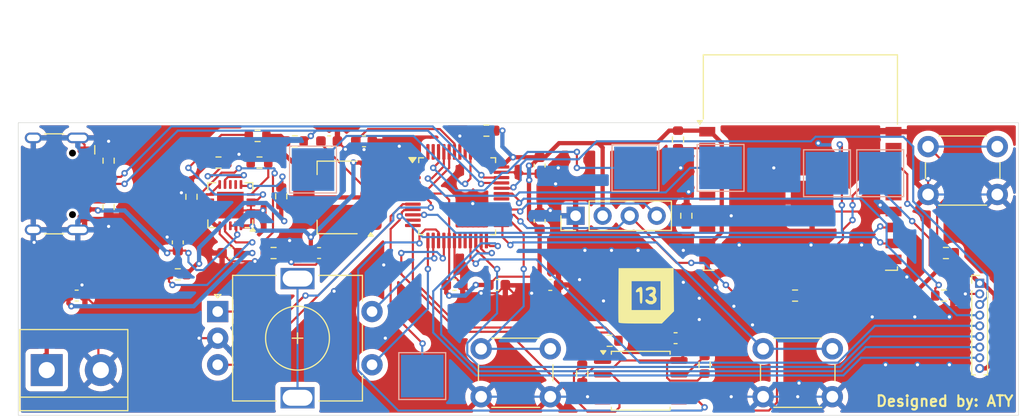
<source format=kicad_pcb>
(kicad_pcb (version 20241229) (generator "pcbnew") (generator_version "9.0")
  (layers (0 "F.Cu" signal) (2 "B.Cu" signal) (13 "F.Paste" user) (15 "B.Paste" user) (5 "F.SilkS" user "F.Silkscreen") (7 "B.SilkS" user "B.Silkscreen") (1 "F.Mask" user) (3 "B.Mask" user) (25 "Edge.Cuts" user))
  (net 0 "")
  (net 9 "SDA")
  (net 10 "CS_NAND")
  (net 11 "SWDIO")
  (net 13 "MOSI")
  (net 15 "SCK")
  (net 16 "MISO")
  (net 18 "RESET")
  (net 19 "SWCLK")
  (net 23 "vbus")
  (net 24 "ROT_B")
  (net 25 "GND")
  (net 26 "vbat")
  (net 27 "OUT_5V")
  (net 28 "D-")
  (net 29 "Net-(J2-CC2)")
  (net 31 "D+")
  (net 32 "Net-(J2-CC1)")
  (net 34 "Net-(U3-THERM)")
  (net 35 "Net-(U3-~{TE})")
  (net 36 "Net-(U3-PROG1)")
  (net 37 "OUT_3.3V")
  (net 38 "Net-(U3-CE)")
  (net 39 "Net-(U3-PROG2)")
  (net 40 "Net-(U3-PROG3)")
  (net 41 "PUSH_1")
  (net 42 "PUSH_2")
  (net 43 "CLK")
  (net 44 "BUSY")
  (net 45 "DC")
  (net 46 "CS")
  (net 47 "DIN")
  (net 49 "RST")
  (net 52 "Net-(U5-EN)")
  (net 53 "Net-(U5-RST)")
  (net 54 "Net-(U5-TOUT)")
  (net 60 "TXD")
  (net 63 "RXD")
  (net 64 "Net-(U1-VDDCORE)")
  (net 65 "Net-(U1-GNDANA)")
  (net 66 "Net-(R12-Pad2)")
  (net 67 "Net-(U3-~{PG})")
  (net 68 "PUSH_NEXT_DAY")
  (net 69 "PUSH_BACK_DAY")
  (net 70 "ROT_A")
  (net 71 "+3.3V")
  (net 72 "Net-(U6-~{HOLD}{slash}~{RESET}{slash}IO_{3})")
  (net 73 "Net-(U6-~{WP}{slash}IO_{2})")
  (net 74 "Net-(U5-IO15)")
  (footprint "Resistor_SMD:R_0603_1608Metric" (layer "F.Cu") (at 206 116.825 90)
    (property "Reference" "R9" (hide yes))
    (property "Value" "10k" (hide yes))
  )
  (footprint "Resistor_SMD:R_0603_1608Metric" (layer "F.Cu") (at 231.175 127.5 180)
    (property "Reference" "R12" (hide yes))
    (property "Value" "10k" (hide yes))
  )
  (footprint "Capacitor_SMD:C_0603_1608Metric" (layer "F.Cu") (at 193 119.275 -90)
    (property "Reference" "C8" (hide yes))
    (property "Value" "100nF" (hide yes))
  )
  (footprint "Button_Switch_THT:SW_PUSH_6mm" (layer "F.Cu") (at 214 136.5)
    (property "Reference" "SW3" (hide yes))
    (property "Value" "SW_Push" (hide yes))
  )
  (footprint "Package_TO_SOT_SMD:SOT-223-3_TabPin2" (layer "F.Cu") (at 174 122.275 180)
    (property "Reference" "U4" (hide yes))
    (property "Value" "AMS1117-3.3" (hide yes))
  )
  (footprint "Resistor_SMD:R_0603_1608Metric" (layer "F.Cu") (at 168 127.5)
    (property "Reference" "R8" (hide yes))
    (property "Value" "10k" (hide yes))
  )
  (footprint "Resistor_SMD:R_0603_1608Metric" (layer "F.Cu") (at 197 138.825 90)
    (property "Reference" "R18" (hide yes))
    (property "Value" "10kΩ" (hide yes))
  )
  (footprint "Package_DFN_QFN:QFN-20-1EP_4x4mm_P0.5mm_EP2.5x2.5mm" (layer "F.Cu") (at 163.9375 123 180)
    (property "Reference" "U3" (hide yes))
    (property "Value" "MCP73871" (hide yes))
  )
  (footprint "Resistor_SMD:R_0603_1608Metric" (layer "F.Cu") (at 206.783327 123.999268 90)
    (property "Reference" "R19" (hide yes))
    (property "Value" "10k")
  )
  (footprint "TerminalBlock:TerminalBlock_bornier-2_P5.08mm" (layer "F.Cu") (at 146.685578 138.5)
    (property "Reference" "J3" (hide yes))
    (property "Value" "Power" (hide yes))
  )
  (footprint "Capacitor_SMD:C_0603_1608Metric" (layer "F.Cu") (at 176.5 117)
    (property "Reference" "C5" (hide yes))
    (property "Value" "1uF" (hide yes))
  )
  (footprint "Connector_PinHeader_1.00mm:PinHeader_1x09_P1.00mm_Vertical" (layer "F.Cu") (at 234.345 130.34)
    (property "Reference" "J1" (hide yes))
    (property "Value" "Conn_01x09" (hide yes))
  )
  (footprint "LOGO" (layer "F.Cu") (at 203 131.5)
    (property "Reference" "G***" (hide yes))
    (property "Value" "LOGO" (hide yes))
  )
  (footprint "Rotary_Encoder:RotaryEncoder_Alps_EC11E-Switch_Vertical_H20mm" (layer "F.Cu") (at 162.75 133)
    (property "Reference" "SW1" (hide yes))
    (property "Value" "RotaryEncoder_Switch" (hide yes))
  )
  (footprint "Resistor_SMD:R_0603_1608Metric" (layer "F.Cu") (at 166.5 116.5)
    (property "Reference" "R7" (hide yes))
    (property "Value" "10k" (hide yes))
  )
  (footprint "Resistor_SMD:R_0603_1608Metric" (layer "F.Cu") (at 166.675 119)
    (property "Reference" "R3" (hide yes))
    (property "Value" "10K" (hide yes))
  )
  (footprint "Capacitor_SMD:C_0603_1608Metric" (layer "F.Cu") (at 159 126.5 90)
    (property "Reference" "C2" (hide yes))
    (property "Value" "10uF" (hide yes))
  )
  (footprint "Capacitor_SMD:C_0603_1608Metric" (layer "F.Cu") (at 189 130.5)
    (property "Reference" "C9" (hide yes))
    (property "Value" "100nF" (hide yes))
  )
  (footprint "Resistor_SMD:R_0603_1608Metric" (layer "F.Cu") (at 168.720849 122.173158 -90)
    (property "Reference" "R13" (hide yes))
    (property "Value" "10k" (hide yes))
  )
  (footprint "Capacitor_SMD:C_0603_1608Metric" (layer "F.Cu") (at 173.225 117)
    (property "Reference" "C11" (hide yes))
    (property "Value" "100nF" (hide yes))
  )
  (footprint "Resistor_SMD:R_0603_1608Metric" (layer "F.Cu") (at 159 129.5)
    (property "Reference" "R6" (hide yes))
    (property "Value" "10k" (hide yes))
  )
  (footprint "Capacitor_SMD:C_0603_1608Metric" (layer "F.Cu") (at 149.5 131.5 180)
    (property "Reference" "C1" (hide yes))
    (property "Value" "10uF" (hide yes))
  )
  (footprint "Resistor_SMD:R_0603_1608Metric" (layer "F.Cu") (at 188 116 180)
    (property "Reference" "R14" (hide yes))
    (property "Value" "10k" (hide yes))
  )
  (footprint "Capacitor_SMD:C_0603_1608Metric" (layer "F.Cu") (at 172.275 127.5)
    (property "Reference" "C3" (hide yes))
    (property "Value" "4.7uF" (hide yes))
  )
  (footprint "Resistor_SMD:R_0603_1608Metric" (layer "F.Cu") (at 162.825 119 180)
    (property "Reference" "R4" (hide yes))
    (property "Value" "5.1k" (hide yes))
  )
  (footprint "Button_Switch_THT:SW_PUSH_6mm" (layer "F.Cu") (at 229.5 117.5)
    (property "Reference" "SW2" (hide yes))
    (property "Value" "SW_Push" (hide yes))
  )
  (footprint "RF_Module:ESP-WROOM-02" (layer "F.Cu") (at 217.5 122.1)
    (property "Reference" "U5" (hide yes))
    (property "Value" "ESP-WROOM-02" (hide yes))
  )
  (footprint "Capacitor_SMD:C_0603_1608Metric" (layer "F.Cu") (at 185 130.5)
    (property "Reference" "C10" (hide yes))
    (property "Value" "100nF" (hide yes))
  )
  (footprint "Resistor_SMD:R_0603_1608Metric" (layer "F.Cu") (at 152.5 123.175 -90)
    (property "Reference" "R2" (hide yes))
    (property "Value" "5.1k" (hide yes))
  )
  (footprint "Capacitor_SMD:C_0603_1608Metric" (layer "F.Cu") (at 163.9375 127.5 180)
    (property "Reference" "C4" (hide yes))
    (property "Value" "4.7uF" (hide yes))
  )
  (footprint "Resistor_SMD:R_0603_1608Metric" (layer "F.Cu") (at 160.28601 122.216711 90)
    (property "Reference" "R5" (hide yes))
    (property "Value" "2k" (hide yes))
  )
  (footprint "Package_QFP:TQFP-48_7x7mm_P0.5mm" (layer "F.Cu") (at 185.25 122.1625)
    (property "Reference" "U1" (hide yes))
    (property "Value" "ATSAMD21G18A-A" (hide yes))
  )
  (footprint "Connector_USB:USB_C_Receptacle_HCTL_HC-TYPE-C-16P-01A" (layer "F.Cu") (at 146.5 121 -90)
    (property "Reference" "J2" (hide yes))
    (property "Value" "USB_C_Receptacle_USB2.0_16P" (hide yes))
  )
  (footprint "Capacitor_SMD:C_0603_1608Metric" (layer "F.Cu") (at 193 124.5 90)
    (property "Reference" "C6" (hide yes))
    (property "Value" "100nF" (hide yes))
  )
  (footprint "Capacitor_SMD:C_0603_1608Metric" (layer "F.Cu") (at 194 130.5)
    (property "Reference" "C7" (hide yes))
    (property "Value" "100nF" (hide yes))
  )
  (footprint "Resistor_SMD:R_0603_1608Metric" (layer "F.Cu") (at 217 131.5)
    (property "Reference" "R10" (hide yes))
    (property "Value" "10k" (hide yes))
  )
  (footprint "Resistor_SMD:R_0603_1608Metric" (layer "F.Cu") (at 170 117 180)
    (property "Reference" "R15" (hide yes))
    (property "Value" "1.5k" (hide yes))
  )
  (footprint "Package_SO:SOIC-8_5.3x5.3mm_P1.27mm" (layer "F.Cu") (at 202.5 139.5)
    (property "Reference" "U6" (hide yes))
    (property "Value" "NAND" (hide yes))
  )
  (footprint "Resistor_SMD:R_0603_1608Metric" (layer "F.Cu") (at 152.5 118.825 -90)
    (property "Reference" "R1" (hide yes))
    (property "Value" "5.1k" (hide yes))
  )
  (footprint "Connector_PinHeader_2.54mm:PinHeader_1x04_P2.54mm_Vertical" (layer "F.Cu") (at 196.38 124 90)
    (property "Reference" "J4" (hide yes))
    (property "Value" "Screen-2")
  )
  (footprint "Resistor_SMD:R_0603_1608Metric" (layer "F.Cu") (at 208.5 138 90)
    (property "Reference" "R16" (hide yes))
    (property "Value" "10kΩ" (hide yes))
  )
  (footprint "Capacitor_SMD:C_0603_1608Metric" (layer "F.Cu") (at 205.775 135.5 180)
    (property "Reference" "C12" (hide yes))
    (property "Value" "100nF" (hide yes))
  )
  (footprint "Resistor_SMD:R_0603_1608Metric" (layer "F.Cu") (at 231 131.5)
    (property "Reference" "R11" (hide yes))
    (property "Value" "100kΩ" (hide yes))
  )
  (footprint "Resistor_SMD:R_0603_1608Metric" (layer "F.Cu") (at 199.579035 135.743024)
    (property "Reference" "R17" (hide yes))
    (property "Value" "10kΩ" (hide yes))
  )
  (footprint "Button_Switch_THT:SW_PUSH_6mm" (layer "F.Cu") (at 187.5 136.5)
    (property "Reference" "SW4" (hide yes))
    (property "Value" "SW_Push" (hide yes))
  )
  (footprint "TestPoint:TestPoint_Pad_4.0x4.0mm" (layer "B.Cu") (at 220 120 180)
    (property "Reference" "TP1" (hide yes))
    (property "Value" "TestPoint")
  )
  (footprint "TestPoint:TestPoint_Pad_4.0x4.0mm" (layer "B.Cu") (at 181.968375 139.061091 180)
    (property "Reference" "TP2" (hide yes))
    (property "Value" "TestPoint")
  )
  (footprint "TestPoint:TestPoint_Pad_4.0x4.0mm" (layer "B.Cu") (at 171.705075 119.656447 180)
    (property "Reference" "TP3" (hide yes))
    (property "Value" "TestPoint")
  )
  (footprint "TestPoint:TestPoint_Pad_4.0x4.0mm" (layer "B.Cu") (at 210 119.5 180)
    (property "Reference" "TP5" (hide yes))
    (property "Value" "TestPoint")
  )
  (footprint "TestPoint:TestPoint_Pad_4.0x4.0mm" (layer "B.Cu") (at 202 119.5 180)
    (property "Reference" "TP4" (hide yes))
    (property "Value" "TestPoint")
  )
  (footprint "TestPoint:TestPoint_Pad_4.0x4.0mm" (layer "B.Cu") (at 225 120 180)
    (property "Reference" "TP8" (hide yes))
    (property "Value" "TestPoint")
  )
  (gr_rect (start 144.01 115.25) (end 237.99 142.75) (stroke (width 0.05)) (fill no) (layer "Edge.Cuts"))
  (gr_text "Designed by: ATY " (at 224.5 142 0) (layer "F.SilkS") (effects (font (size 1 1) (thickness 0.2) (bold yes)) (justify left bottom)))
  (segment (start 170.25 129.9) (end 170.25 141.1) (width 0.2) (layer "B.Cu") (net 0))
  (segment (start 190.995243 123.4125) (end 189.4125 123.4125) (width 0.2) (layer "F.Cu") (net 9))
  (segment (start 191.176302 123.593559) (end 190.995243 123.4125) (width 0.2) (layer "F.Cu") (net 9))
  (via (at 191.176302 123.593559) (size 0.6) (drill 0.3) (layers "F.Cu" "B.Cu") (net 9))
  (segment (start 204 124) (end 202.849 122.849) (width 0.2) (layer "B.Cu") (net 9))
  (segment (start 202.849 122.849) (end 202 122.849) (width 0.2) (layer "B.Cu") (net 9))
  (segment (start 202 122.849) (end 191.920861 122.849) (width 0.2) (layer "B.Cu") (net 9))
  (segment (start 191.920861 122.849) (end 191.176302 123.593559) (width 0.2) (layer "B.Cu") (net 9))
  (segment (start 200.404035 135.743024) (end 199.628035 134.967024) (width 0.2) (layer "F.Cu") (net 10))
  (segment (start 198 136.6825) (end 198.9125 137.595) (width 0.2) (layer "F.Cu") (net 10))
  (segment (start 199.161011 134.5) (end 185.5671 134.5) (width 0.2) (layer "F.Cu") (net 10))
  (segment (start 185.5671 134.5) (end 181.0875 130.0204) (width 0.2) (layer "F.Cu") (net 10))
  (segment (start 199.628035 134.967024) (end 198.340971 134.967024) (width 0.2) (layer "F.Cu") (net 10))
  (segment (start 181.0875 130.0204) (end 181.0875 124.9125) (width 0.2) (layer "F.Cu") (net 10))
  (segment (start 198.340971 134.967024) (end 198 135.307995) (width 0.2) (layer "F.Cu") (net 10))
  (segment (start 200.404035 135.743024) (end 199.161011 134.5) (width 0.2) (layer "F.Cu") (net 10))
  (segment (start 198 135.307995) (end 198 136.6825) (width 0.2) (layer "F.Cu") (net 10))
  (segment (start 183.5 119) (end 183.5 118) (width 0.2) (layer "F.Cu") (net 11))
  (segment (start 196.5 119.5) (end 196.5 118) (width 0.2) (layer "F.Cu") (net 11))
  (segment (start 183 119.5) (end 183.5 119) (width 0.2) (layer "F.Cu") (net 11))
  (via (at 196.5 118) (size 0.6) (drill 0.3) (layers "F.Cu" "B.Cu") (net 11))
  (via (at 183 119.5) (size 0.6) (drill 0.3) (layers "F.Cu" "B.Cu") (net 11))
  (via (at 196.5 119.5) (size 0.6) (drill 0.3) (layers "F.Cu" "B.Cu") (net 11))
  (segment (start 191.873079 118) (end 196.5 118) (width 0.2) (layer "B.Cu") (net 11))
  (segment (start 183 119.5) (end 185.116706 121.616706) (width 0.2) (layer "B.Cu") (net 11))
  (segment (start 189.90481 119.968269) (end 191.873079 118) (width 0.2) (layer "B.Cu") (net 11))
  (segment (start 202 119.5) (end 196.5 119.5) (width 0.2) (layer "B.Cu") (net 11))
  (segment (start 189.46827 119.968269) (end 189.90481 119.968269) (width 0.2) (layer "B.Cu") (net 11))
  (segment (start 187.819833 121.616706) (end 189.46827 119.968269) (width 0.2) (layer "B.Cu") (net 11))
  (segment (start 185.116706 121.616706) (end 187.819833 121.616706) (width 0.2) (layer "B.Cu") (net 11))
  (segment (start 206.0875 141.405) (end 207.905 141.405) (width 0.2) (layer "F.Cu") (net 13))
  (segment (start 207.905 141.405) (end 208.5 142) (width 0.2) (layer "F.Cu") (net 13))
  (segment (start 183.232824 125.2865) (end 183.5 125.553676) (width 0.2) (layer "F.Cu") (net 13))
  (segment (start 181.707377 125.846299) (end 182.267176 125.2865) (width 0.2) (layer "F.Cu") (net 13))
  (segment (start 183.5 125.553676) (end 183.5 126.325) (width 0.2) (layer "F.Cu") (net 13))
  (segment (start 181.707377 126.587444) (end 181.707377 125.846299) (width 0.2) (layer "F.Cu") (net 13))
  (segment (start 182.267176 125.2865) (end 183.232824 125.2865) (width 0.2) (layer "F.Cu") (net 13))
  (via (at 208.5 142) (size 0.6) (drill 0.3) (layers "F.Cu" "B.Cu") (net 13))
  (via (at 181.707377 126.587444) (size 0.6) (drill 0.3) (layers "F.Cu" "B.Cu") (net 13))
  (segment (start 208.199 142.301) (end 179.711108 142.301) (width 0.2) (layer "B.Cu") (net 13))
  (segment (start 175.949 138.538892) (end 175.949 129.051) (width 0.2) (layer "B.Cu") (net 13))
  (segment (start 178.5 126.5) (end 181.619933 126.5) (width 0.2) (layer "B.Cu") (net 13))
  (segment (start 175.949 129.051) (end 178.5 126.5) (width 0.2) (layer "B.Cu") (net 13))
  (segment (start 181.619933 126.5) (end 181.707377 126.587444) (width 0.2) (layer "B.Cu") (net 13))
  (segment (start 179.711108 142.301) (end 175.949 138.538892) (width 0.2) (layer "B.Cu") (net 13))
  (segment (start 208.5 142) (end 208.199 142.301) (width 0.2) (layer "B.Cu") (net 13))
  (segment (start 208.135 140.135) (end 210.301 142.301) (width 0.2) (layer "F.Cu") (net 15))
  (segment (start 206.0875 140.135) (end 208.135 140.135) (width 0.2) (layer "F.Cu") (net 15))
  (segment (start 215.301 141.538892) (end 215.301 135.301) (width 0.2) (layer "F.Cu") (net 15))
  (segment (start 207.247005 128.424771) (end 205.884771 128.424771) (width 0.2) (layer "F.Cu") (net 15))
  (segment (start 190.583705 123.9125) (end 189.4125 123.9125) (width 0.2) (layer "F.Cu") (net 15))
  (segment (start 205.884771 128.424771) (end 201.46 124) (width 0.2) (layer "F.Cu") (net 15))
  (segment (start 210.301 142.301) (end 214.538892 142.301) (width 0.2) (layer "F.Cu") (net 15))
  (segment (start 191.197501 124.526296) (end 190.583705 123.9125) (width 0.2) (layer "F.Cu") (net 15))
  (segment (start 214.538892 142.301) (end 215.301 141.538892) (width 0.2) (layer "F.Cu") (net 15))
  (segment (start 215.301 135.301) (end 210.5 130.5) (width 0.2) (layer "F.Cu") (net 15))
  (via (at 207.247005 128.424771) (size 0.6) (drill 0.3) (layers "F.Cu" "B.Cu") (net 15))
  (via (at 210.5 130.5) (size 0.6) (drill 0.3) (layers "F.Cu" "B.Cu") (net 15))
  (via (at 191.197501 124.526296) (size 0.6) (drill 0.3) (layers "F.Cu" "B.Cu") (net 15))
  (segment (start 200.309 125.151) (end 191.822205 125.151) (width 0.2) (layer "B.Cu") (net 15))
  (segment (start 210.5 130.5) (end 208.424771 128.424771) (width 0.2) (layer "B.Cu") (net 15))
  (segment (start 191.822205 125.151) (end 191.197501 124.526296) (width 0.2) (layer "B.Cu") (net 15))
  (segment (start 208.424771 128.424771) (end 207.247005 128.424771) (width 0.2) (layer "B.Cu") (net 15))
  (segment (start 207.247005 128.424771) (end 207.5 128.424771) (width 0.2) (layer "B.Cu") (net 15))
  (segment (start 201.46 124) (end 200.309 125.151) (width 0.2) (layer "B.Cu") (net 15))
  (segment (start 180 129.5) (end 185.401 134.901) (width 0.2) (layer "F.Cu") (net 16))
  (segment (start 200.101 142.399) (end 200.5 142) (width 0.2) (layer "F.Cu") (net 16))
  (segment (start 185.401 134.901) (end 190 134.901) (width 0.2) (layer "F.Cu") (net 16))
  (segment (start 180 127.5) (end 180 129.5) (width 0.2) (layer "F.Cu") (net 16))
  (segment (start 183.9 128) (end 184 127.9) (width 0.2) (layer "F.Cu") (net 16))
  (segment (start 197.498 142.399) (end 200.101 142.399) (width 0.2) (layer "F.Cu") (net 16))
  (segment (start 199.724999 138.865) (end 198.9125 138.865) (width 0.2) (layer "F.Cu") (net 16))
  (segment (start 184 127.9) (end 184 126.325) (width 0.2) (layer "F.Cu") (net 16))
  (segment (start 190 134.901) (end 197.498 142.399) (width 0.2) (layer "F.Cu") (net 16))
  (segment (start 200.5 139.640001) (end 199.724999 138.865) (width 0.2) (layer "F.Cu") (net 16))
  (segment (start 200.5 142) (end 200.5 139.640001) (width 0.2) (layer "F.Cu") (net 16))
  (via (at 183.9 128) (size 0.6) (drill 0.3) (layers "F.Cu" "B.Cu") (net 16))
  (via (at 180 127.5) (size 0.6) (drill 0.3) (layers "F.Cu" "B.Cu") (net 16))
  (segment (start 180.101 127.399) (end 183.348943 127.399) (width 0.2) (layer "B.Cu") (net 16))
  (segment (start 183.9 127.950057) (end 183.9 128) (width 0.2) (layer "B.Cu") (net 16))
  (segment (start 183.348943 127.399) (end 183.9 127.950057) (width 0.2) (layer "B.Cu") (net 16))
  (segment (start 180 127.5) (end 180.101 127.399) (width 0.2) (layer "B.Cu") (net 16))
  (segment (start 186.5 116.675) (end 187.175 116) (width 0.2) (layer "F.Cu") (net 18))
  (segment (start 186.5 120.5) (end 186.5 118) (width 0.2) (layer "F.Cu") (net 18))
  (segment (start 186.5 118) (end 186.5 116.675) (width 0.2) (layer "F.Cu") (net 18))
  (segment (start 186 121) (end 186.5 120.5) (width 0.2) (layer "F.Cu") (net 18))
  (via (at 186 121) (size 0.6) (drill 0.3) (layers "F.Cu" "B.Cu") (net 18))
  (segment (start 186 121) (end 185.650057 121) (width 0.2) (layer "B.Cu") (net 18))
  (segment (start 171.705075 119.656447) (end 174.861522 116.5) (width 0.2) (layer "B.Cu") (net 18))
  (segment (start 174.861522 116.5) (end 181.150056 116.5) (width 0.2) (layer "B.Cu") (net 18))
  (segment (start 181.150056 116.5) (end 185.650057 121) (width 0.2) (layer "B.Cu") (net 18))
  (segment (start 182.5 120.5) (end 182.849943 120.5) (width 0.2) (layer "F.Cu") (net 19))
  (segment (start 182.849943 120.5) (end 184 119.349943) (width 0.2) (layer "F.Cu") (net 19))
  (segment (start 184 119.349943) (end 184 118) (width 0.2) (layer "F.Cu") (net 19))
  (via (at 182.5 120.5) (size 0.6) (drill 0.3) (layers "F.Cu" "B.Cu") (net 19))
  (segment (start 207.15 119.5) (end 210 119.5) (width 0.2) (layer "B.Cu") (net 19))
  (segment (start 191.098 121.801) (end 204.849 121.801) (width 0.2) (layer "B.Cu") (net 19))
  (segment (start 184.122388 122.122388) (end 190.776612 122.122388) (width 0.2) (layer "B.Cu") (net 19))
  (segment (start 204.849 121.801) (end 207.15 119.5) (width 0.2) (layer "B.Cu") (net 19))
  (segment (start 190.776612 122.122388) (end 191.098 121.801) (width 0.2) (layer "B.Cu") (net 19))
  (segment (start 182.5 120.5) (end 184.122388 122.122388) (width 0.2) (layer "B.Cu") (net 19))
  (segment (start 164.5 125) (end 164.4375 124.9375) (width 0.2) (layer "F.Cu") (net 23))
  (segment (start 164.582591 125.768468) (end 164.5 125.685877) (width 0.2) (layer "F.Cu") (net 23))
  (segment (start 158.225 127.275) (end 158 127.5) (width 0.2) (layer "F.Cu") (net 23))
  (segment (start 148.5 122.188824) (end 148.5 119.695001) (width 0.2) (layer "F.Cu") (net 23))
  (segment (start 149.711176 123.4) (end 148.5 122.188824) (width 0.2) (layer "F.Cu") (net 23))
  (segment (start 164.5 125.685877) (end 164.5 125) (width 0.2) (layer "F.Cu") (net 23))
  (segment (start 148.5 119.695001) (end 149.595001 118.6) (width 0.2) (layer "F.Cu") (net 23))
  (segment (start 159 127.275) (end 158.225 127.275) (width 0.2) (layer "F.Cu") (net 23))
  (segment (start 159.725 127.275) (end 159 127.275) (width 0.2) (layer "F.Cu") (net 23))
  (segment (start 149.595001 118.6) (end 150.245 118.6) (width 0.2) (layer "F.Cu") (net 23))
  (segment (start 160 127.5) (end 159.95 127.5) (width 0.2) (layer "F.Cu") (net 23))
  (segment (start 150.245 123.4) (end 149.711176 123.4) (width 0.2) (layer "F.Cu") (net 23))
  (segment (start 159.95 127.5) (end 159.725 127.275) (width 0.2) (layer "F.Cu") (net 23))
  (segment (start 151.4 123.4) (end 151.5 123.5) (width 0.4) (layer "F.Cu") (net 23))
  (segment (start 163.9375 124.9375) (end 164.4375 124.9375) (width 0.2) (layer "F.Cu") (net 23))
  (segment (start 150.245 123.4) (end 151.4 123.4) (width 0.4) (layer "F.Cu") (net 23))
  (via (at 160 127.5) (size 0.6) (drill 0.3) (layers "F.Cu" "B.Cu") (net 23))
  (via (at 158 127.5) (size 0.6) (drill 0.3) (layers "F.Cu" "B.Cu") (net 23))
  (via (at 164.582591 125.768468) (size 0.6) (drill 0.3) (layers "F.Cu" "B.Cu") (net 23))
  (via (at 151.5 123.5) (size 0.6) (drill 0.3) (layers "F.Cu" "B.Cu") (net 23))
  (segment (start 160 127.5) (end 160 128.349943) (width 0.2) (layer "B.Cu") (net 23))
  (segment (start 160 128.349943) (end 160.751057 129.101) (width 0.2) (layer "B.Cu") (net 23))
  (segment (start 160.751057 129.101) (end 161.399 129.101) (width 0.2) (layer "B.Cu") (net 23))
  (segment (start 154 123.5) (end 157.5 127) (width 0.4) (layer "B.Cu") (net 23))
  (segment (start 161.399 129.101) (end 164.582591 125.917409) (width 0.2) (layer "B.Cu") (net 23))
  (segment (start 157.5 127) (end 158 127.5) (width 0.4) (layer "B.Cu") (net 23))
  (segment (start 164.582591 125.917409) (end 164.582591 125.768468) (width 0.2) (layer "B.Cu") (net 23))
  (segment (start 151.5 123.5) (end 154 123.5) (width 0.4) (layer "B.Cu") (net 23))
  (segment (start 179 124.681008) (end 179 124.053116) (width 0.2) (layer "F.Cu") (net 24))
  (segment (start 180.140616 122.9125) (end 181.0875 122.9125) (width 0.2) (layer "F.Cu") (net 24))
  (segment (start 165.681008 138) (end 179 124.681008) (width 0.2) (layer "F.Cu") (net 24))
  (segment (start 179 124.053116) (end 180.140616 122.9125) (width 0.2) (layer "F.Cu") (net 24))
  (segment (start 162.75 138) (end 165.681008 138) (width 0.2) (layer "F.Cu") (net 24))
  (segment (start 193 123.725) (end 193.775 123.725) (width 0.2) (layer "F.Cu") (net 25))
  (segment (start 225.9 116.1) (end 225.651 115.851) (width 0.2) (layer "F.Cu") (net 25))
  (segment (start 164.75 118.224) (end 165.074 118.224) (width 0.2) (layer "F.Cu") (net 25))
  (segment (start 162 122) (end 162.9375 121.0625) (width 0.2) (layer "F.Cu") (net 25))
  (segment (start 219.49 123.6) (end 218.6 122.71) (width 0.2) (layer "F.Cu") (net 25))
  (segment (start 159.783289 121.391711) (end 160.28601 121.391711) (width 0.2) (layer "F.Cu") (net 25))
  (segment (start 193 120.05) (end 194.2 120.05) (width 0.2) (layer "F.Cu") (net 25))
  (segment (start 162 119) (end 162.776 118.224) (width 0.2) (layer "F.Cu") (net 25))
  (segment (start 194.775 130.5) (end 194.775 125.5) (width 0.2) (layer "F.Cu") (net 25))
  (segment (start 158.275 125.725) (end 158 126) (width 0.2) (layer "F.Cu") (net 25))
  (segment (start 150.245 117.32) (end 149.605 116.68) (width 0.2) (layer "F.Cu") (net 25))
  (segment (start 169.508524 126.816476) (end 168.825 127.5) (width 0.2) (layer "F.Cu") (net 25))
  (segment (start 177.275 117) (end 176.499 117.776) (width 0.2) (layer "F.Cu") (net 25))
  (segment (start 188.999 131.276) (end 187.5 131.276) (width 0.2) (layer "F.Cu") (net 25))
  (segment (start 159 125.725) (end 158.275 125.725) (width 0.2) (layer "F.Cu") (net 25))
  (segment (start 207 122.957595) (end 206.783327 123.174268) (width 0.2) (layer "F.Cu") (net 25))
  (segment (start 205 135.5) (end 206.75 133.75) (width 0.2) (layer "F.Cu") (net 25))
  (segment (start 151.54 132.765) (end 151.54 135.5) (width 0.2) (layer "F.Cu") (net 25))
  (segment (start 169.924 128.599) (end 171.951 128.599) (width 0.2) (layer "F.Cu") (net 25))
  (segment (start 185.775 130.5) (end 185 129.725) (width 0.2) (layer "F.Cu") (net 25))
  (segment (start 208.75 128.1) (end 208.75 135.75) (width 0.2) (layer "F.Cu") (net 25))
  (segment (start 151.54 138.274422) (end 151.765578 138.5) (width 0.2) (layer "F.Cu") (net 25))
  (segment (start 190.551 131.276) (end 189.775 130.5) (width 0.2) (layer "F.Cu") (net 25))
  (segment (start 189.4125 119.9125) (end 190.5875 119.9125) (width 0.2) (layer "F.Cu") (net 25))
  (segment (start 165.875 123.5) (end 164.4375 123.5) (width 0.2) (layer "F.Cu") (net 25))
  (segment (start 234.345 131.34) (end 233 131.34) (width 0.2) (layer "F.Cu") (net 25))
  (segment (start 165.875 123) (end 165.875 123.5) (width 0.2) (layer "F.Cu") (net 25))
  (segment (start 189.775 130.5) (end 188.999 131.276) (width 0.2) (layer "F.Cu") (net 25))
  (segment (start 151.54 135.5) (end 151.54 138.274422) (width 0.2) (layer "F.Cu") (net 25))
  (segment (start 145.425 116.68) (end 145.425 125.32) (width 0.2) (layer "F.Cu") (net 25))
  (segment (start 150.275 130.775) (end 150 130.5) (width 0.2) (layer "F.Cu") (net 25))
  (segment (start 226.25 116.1) (end 225.9 116.1) (width 0.2) (layer "F.Cu") (net 25))
  (segment (start 166.25 128.276) (end 168.049 128.276) (width 0.2) (layer "F.Cu") (net 25))
  (segment (start 168.825 127.5) (end 169.6625 128.3375) (width 0.2) (layer "F.Cu") (net 25))
  (segment (start 185.5 116.506103) (end 185.5 118) (width 0.2) (layer "F.Cu") (net 25))
  (segment (start 169.508524 126.326357) (end 169.508524 126.816476) (width 0.2) (layer "F.Cu") (net 25))
  (segment (start 187.5 131.276) (end 186.551 131.276) (width 0.2) (layer "F.Cu") (net 25))
  (segment (start 149.605 116.68) (end 145.425 116.68) (width 0.2) (layer "F.Cu") (net 25))
  (segment (start 194.775 130.5) (end 193.999 131.276) (width 0.2) (layer "F.Cu") (net 25))
  (segment (start 149.605 125.32) (end 145.425 125.32) (width 0.2) (layer "F.Cu") (net 25))
  (segment (start 150.275 131.5) (end 151.54 132.765) (width 0.2) (layer "F.Cu") (net 25))
  (segment (start 169.6625 128.3375) (end 169.924 128.599) (width 0.2) (layer "F.Cu") (net 25))
  (segment (start 193.775 123.725) (end 194 123.5) (width 0.2) (layer "F.Cu") (net 25))
  (segment (start 193.999 131.276) (end 192.25 131.276) (width 0.2) (layer "F.Cu") (net 25))
  (segment (start 162.5 127.5) (end 160.725 125.725) (width 0.2) (layer "F.Cu") (net 25))
  (segment (start 229.5 122) (end 229.5 120.5) (width 0.2) (layer "F.Cu") (net 25))
  (segment (start 165.875 123.5) (end 167 123.5) (width 0.2) (layer "F.Cu") (net 25))
  (segment (start 197.905 141.405) (end 198.9125 141.405) (width 0.2) (layer "F.Cu") (net 25))
  (segment (start 190.725 120.05) (end 193 120.05) (width 0.2) (layer "F.Cu") (net 25))
  (segment (start 163.1625 127.5) (end 163.9385 128.276) (width 0.2) (layer "F.Cu") (net 25))
  (segment (start 152.5 118) (end 150.445 118) (width 0.2) (layer "F.Cu") (net 25))
  (segment (start 194.775 125.5) (end 193 123.725) (width 0.2) (layer "F.Cu") (net 25))
  (segment (start 162 119) (end 160.28601 120.71399) (width 0.2) (layer "F.Cu") (net 25))
  (segment (start 177.15 124.575) (end 175.975 124.575) (width 0.2) (layer "F.Cu") (net 25))
  (segment (start 192.25 131.276) (end 190.551 131.276) (width 0.2) (layer "F.Cu") (net 25))
  (segment (start 163.9385 128.276) (end 166.25 128.276) (width 0.2) (layer "F.Cu") (net 25))
  (segment (start 145.425 125.32) (end 145.425 126.425) (width 0.2) (layer "F.Cu") (net 25))
  (segment (start 165.074 118.224) (end 165.85 119) (width 0.2) (layer "F.Cu") (net 25))
  (segment (start 226.25 123.6) (end 225.6 123.6) (width 0.2) (layer "F.Cu") (net 25))
  (segment (start 176.499 117.776) (end 174.776 117.776) (width 0.2) (layer "F.Cu") (net 25))
  (segment (start 174.75 117.75) (end 174 117) (width 0.2) (layer "F.Cu") (net 25))
  (segment (start 194.5 124) (end 194 123.5) (width 0.2) (layer "F.Cu") (net 25))
  (segment (start 152.5 118) (end 152.5 117) (width 0.2) (layer "F.Cu") (net 25))
  (segment (start 160.725 125.725) (end 159 125.725) (width 0.2) (layer "F.Cu") (net 25))
  (segment (start 185 129.725) (end 185 126.325) (width 0.2) (layer "F.Cu") (net 25))
  (segment (start 208.75 135.75) (end 214 141) (width 0.2) (layer "F.Cu") (net 25))
  (segment (start 206.75 133.75) (end 208 133.75) (width 0.2) (layer "F.Cu") (net 25))
  (segment (start 150.275 131.5) (end 150.275 130.775) (width 0.2) (layer "F.Cu") (net 25))
  (segment (start 149.605 125.32) (end 149.605 124.84) (width 0.2) (layer "F.Cu") (net 25))
  (segment (start 149.605 124.84) (end 150.245 124.2) (width 0.2) (layer "F.Cu") (net 25))
  (segment (start 150.245 124.2) (end 152.3 124.2) (width 0.2) (layer "F.Cu") (net 25))
  (segment (start 162.9375 122) (end 162 122) (width 0.2) (layer "F.Cu") (net 25))
  (segment (start 150.245 117.8) (end 150.245 117.32) (width 0.2) (layer "F.Cu") (net 25))
  (segment (start 171.951 128.599) (end 173.05 127.5) (width 0.2) (layer "F.Cu") (net 25))
  (segment (start 225.651 115.851) (end 220.5 115.851) (width 0.2) (layer "F.Cu") (net 25))
  (segment (start 226.25 123.6) (end 219.49 123.6) (width 0.2) (layer "F.Cu") (net 25))
  (segment (start 162.776 118.224) (end 164.75 118.224) (width 0.2) (layer "F.Cu") (net 25))
  (segment (start 219.1755 117.1755) (end 218.6 117.751) (width 0.2) (layer "F.Cu") (net 25))
  (segment (start 175.975 124.575) (end 173.05 127.5) (width 0.2) (layer "F.Cu") (net 25))
  (segment (start 145.425 126.425) (end 145.5 126.5) (width 0.2) (layer "F.Cu") (net 25))
  (segment (start 162.75 135.5) (end 161 135.5) (width 0.2) (layer "F.Cu") (net 25))
  (segment (start 194.2 120.05) (end 194.75 119.5) (width 0.2) (layer "F.Cu") (net 25))
  (segment (start 152.3 124.2) (end 152.5 124) (width 0.2) (layer "F.Cu") (net 25))
  (segment (start 151.54 138.53955) (end 151.765578 138.765128) (width 0.2) (layer "F.Cu") (net 25))
  (segment (start 225.6 123.6) (end 225 123) (width 0.2) (layer "F.Cu") (net 25))
  (segment (start 231.985 131.34) (end 231.825 131.5) (width 0.2) (layer "F.Cu") (net 25))
  (segment (start 207 121.75) (end 207 122.957595) (width 0.2) (layer "F.Cu") (net 25))
  (segment (start 233 131.34) (end 231.985 131.34) (width 0.2) (layer "F.Cu") (net 25))
  (segment (start 149.605 116.605) (end 149.5 116.5) (width 0.2) (layer "F.Cu") (net 25))
  (segment (start 197.5 141) (end 197.905 141.405) (width 0.2) (layer "F.Cu") (net 25))
  (segment (start 150.445 118) (end 150.245 117.8) (width 0.2) (layer "F.Cu") (net 25))
  (segment (start 190.5875 119.9125) (end 190.725 120.05) (width 0.2) (layer "F.Cu") (net 25))
  (segment (start 196.38 124) (end 194.5 124) (width 0.2) (layer "F.Cu") (net 25))
  (segment (start 160.28601 120.71399) (end 160.28601 121.391711) (width 0.2) (layer "F.Cu") (net 25))
  (segment (start 168.049 128.276) (end 168.825 127.5) (width 0.2) (layer "F.Cu") (net 25))
  (segment (start 174.776 117.776) (end 174.75 117.75) (width 0.2) (layer "F.Cu") (net 25))
  (segment (start 186.551 131.276) (end 185.775 130.5) (width 0.2) (layer "F.Cu") (net 25))
  (segment (start 163.9375 123) (end 162.9375 122) (width 0.2) (layer "F.Cu") (net 25))
  (segment (start 159.3375 121.8375) (end 159.783289 121.391711) (width 0.2) (layer "F.Cu") (net 25))
  (segment (start 163.1625 127.5) (end 162.5 127.5) (width 0.2) (layer "F.Cu") (net 25))
  (segment (start 152.5 124) (end 152.5 125) (width 0.2) (layer "F.Cu") (net 25))
  (segment (start 164.4375 123.5) (end 163.9375 123) (width 0.2) (layer "F.Cu") (net 25))
  (segment (start 220.5 115.851) (end 219.1755 117.1755) (width 0.2) (layer "F.Cu") (net 25))
  (segment (start 218.6 117.751) (end 218.6 122.71) (width 0.2) (layer "F.Cu") (net 25))
  (via (at 194.75 119.5) (size 0.6) (drill 0.3) (layers "F.Cu" "B.Cu") (net 25))
  (via (at 211 124) (size 0.6) (drill 0.3) (layers "F.Cu" "B.Cu") (net 25))
  (via (at 161 135.5) (size 0.6) (drill 0.3) (layers "F.Cu" "B.Cu") (net 25))
  (via (at 152.5 117) (size 0.6) (drill 0.3) (layers "F.Cu" "B.Cu") (net 25))
  (via (at 223.25 126.75) (size 0.6) (drill 0.3) (layers "F.Cu" "B.Cu") (net 25))
  (via (at 199.75 127.25) (size 0.6) (drill 0.3) (layers "F.Cu" "B.Cu") (net 25))
  (via (at 211.25 132.5) (size 0.6) (drill 0.3) (layers "F.Cu" "B.Cu") (net 25))
  (via (at 231.5 133.5) (size 0.6) (drill 0.3) (layers "F.Cu" "B.Cu") (net 25))
  (via (at 158 126) (size 0.6) (drill 0.3) (layers "F.Cu" "B.Cu") (net 25))
  (via (at 233 131.34) (size 0.6) (drill 0.3) (layers "F.Cu" "B.Cu") (net 25))
  (via (at 206.25 119.5) (size 0.6) (drill 0.3) (layers "F.Cu" "B.Cu") (net 25))
  (via (at 187.5 131.276) (size 0.6) (drill 0.3) (layers "F.Cu" "B.Cu") (net 25))
  (via (at 178.5 135.5) (size 0.6) (drill 0.3) (layers "F.Cu" "B.Cu") (net 25))
  (via (at 211 141) (size 0.6) (drill 0.3) (layers "F.Cu" "B.Cu") (net 25))
  (via (at 196.75 130) (size 0.6) (drill 0.3) (layers "F.Cu" "B.Cu") (net 25))
  (via (at 227.5 129.75) (size 0.6) (drill 0.3) (layers "F.Cu" "B.Cu") (net 25))
  (via (at 224.25 133.5) (size 0.6) (drill 0.3) (layers "F.Cu" "B.Cu") (net 25))
  (via (at 217.372033 139.71993) (size 0.6) (drill 0.3) (layers "F.Cu" "B.Cu") (net 25))
  (via (at 194.5 121) (size 0.6) (drill 0.3) (layers "F.Cu" "B.Cu") (net 25))
  (via (at 211.75 126.75) (size 0.6) (drill 0.3) (layers "F.Cu" "B.Cu") (net 25))
  (via (at 199 132) (size 0.6) (drill 0.3) (layers "F.Cu" "B.Cu") (net 25))
  (via (at 159.3375 121.8375) (size 0.6) (drill 0.3) (layers "F.Cu" "B.Cu") (net 25))
  (via (at 194 123.5) (size 0.6) (drill 0.3) (layers "F.Cu" "B.Cu") (net 25))
  (via (at 218.5 126.75) (size 0.6) (drill 0.3) (layers "F.Cu" "B.Cu") (net 25))
  (via (at 169.6625 128.3375) (size 0.6) (drill 0.3) (layers "F.Cu" "B.Cu") (net 25))
  (via (at 206.5 130.25) (size 0.6) (drill 0.3) (layers "F.Cu" "B.Cu") (net 25))
  (via (at 164.75 118.224) (size 0.6) (drill 0.3) (layers "F.Cu" "B.Cu") (net 25))
  (via (at 228.25 133.5) (size 0.6) (drill 0.3) (layers "F.Cu" "B.Cu") (net 25))
  (via (at 197.5 141) (size 0.6) (drill 0.3) (layers "F.Cu" "B.Cu") (net 25))
  (via (at 225 123) (size 0.6) (drill 0.3) (layers "F.Cu" "B.Cu") (net 25))
  (via (at 225.5 138) (size 0.6) (drill 0.3) (layers "F.Cu" "B.Cu") (net 25))
  (via (at 166.25 128.276) (size 0.6) (drill 0.3) (layers "F.Cu" "B.Cu") (net 25))
  (via (at 229.5 120.5) (size 0.6) (drill 0.3) (layers "F.Cu" "B.Cu") (net 25))
  (via (at 145.5 126.5) (size 0.6) (drill 0.3) (layers "F.Cu" "B.Cu") (net 25))
  (via (at 208 131.75) (size 0.6) (drill 0.3) (layers "F.Cu" "B.Cu") (net 25))
  (via (at 207 121.75) (size 0.6) (drill 0.3) (layers "F.Cu" "B.Cu") (net 25))
  (via (at 208 133.75) (size 0.6) (drill 0.3) (layers "F.Cu" "B.Cu") (net 25))
  (via (at 169.508524 126.326357) (size 0.6) (drill 0.3) (layers "F.Cu" "B.Cu") (net 25))
  (via (at 167 123.5) (size 0.6) (drill 0.3) (layers "F.Cu" "B.Cu") (net 25))
  (via (at 217.25 141) (size 0.6) (drill 0.3) (layers "F.Cu" "B.Cu") (net 25))
  (via (at 215 119.5) (size 0.6) (drill 0.3) (layers "F.Cu" "B.Cu") (net 25))
  (via (at 150 130.5) (size 0.6) (drill 0.3) (layers "F.Cu" "B.Cu") (net 25))
  (via (at 176.499 117.776) (size 0.6) (drill 0.3) (layers "F.Cu" "B.Cu") (net 25))
  (via (at 178.349473 128.616491) (size 0.6) (drill 0.3) (layers "F.Cu" "B.Cu") (net 25))
  (via (at 206.5 127.25) (size 0.6) (drill 0.3) (layers "F.Cu" "B.Cu") (net 25))
  (via (at 186.71408 122.85704) (size 0.6) (drill 0.3) (layers "F.Cu" "B.Cu") (net 25))
  (via (at 219.1755 117.1755) (size 0.6) (drill 0.3) (layers "F.Cu" "B.Cu") (net 25))
  (via (at 152.5 125) (size 0.6) (drill 0.3) (layers "F.Cu" "B.Cu") (net 25))
  (via (at 179.812298 117.46417) (size 0.6) (drill 0.3) (layers "F.Cu" "B.Cu") (net 25))
  (via (at 228.5 138) (size 0.6) (drill 0.3) (layers "F.Cu" "B.Cu") (net 25))
  (via (at 202.25 127.25) (size 0.6) (drill 0.3) (layers "F.Cu" "B.Cu") (net 25))
  (via (at 213 134.25) (size 0.6) (drill 0.3) (layers "F.Cu" "B.Cu") (net 25))
  (via (at 192.25 131.276) (size 0.6) (drill 0.3) (layers "F.Cu" "B.Cu") (net 25))
  (via (at 173.68721 131.087696) (size 0.6) (drill 0.3) (layers "F.Cu" "B.Cu") (net 25))
  (via (at 231.5 138) (size 0.6) (drill 0.3) (layers "F.Cu" "B.Cu") (net 25))
  (via (at 209.5 130.75) (size 0.6) (drill 0.3) (layers "F.Cu" "B.Cu") (net 25))
  (via (at 174.75 117.75) (size 0.6) (drill 0.3) (layers "F.Cu" "B.Cu") (net 25))
  (via (at 197.25 127.25) (size 0.6) (drill 0.3) (layers "F.Cu" "B.Cu") (net 25))
  (via (at 185.5 116.506103) (size 0.6) (drill 0.3) (layers "F.Cu" "B.Cu") (net 25))
  (segment (start 211 141) (end 214 141) (width 0.2) (layer "B.Cu") (net 25))
  (segment (start 236 122) (end 229.5 122) (width 0.2) (layer "B.Cu") (net 25))
  (segment (start 194 141) (end 197.5 141) (width 0.2) (layer "B.Cu") (net 25))
  (segment (start 214 141) (end 217.25 141) (width 0.2) (layer "B.Cu") (net 25))
  (segment (start 217.25 141) (end 220.5 141) (width 0.2) (layer "B.Cu") (net 25))
  (segment (start 197.5 141) (end 211 141) (width 0.2) (layer "B.Cu") (net 25))
  (segment (start 187.5 141) (end 194 141) (width 0.2) (layer "B.Cu") (net 25))
  (segment (start 166 127.5) (end 164.7125 127.5) (width 0.4) (layer "F.Cu") (net 26))
  (segment (start 162 124) (end 162 124.3645) (width 0.4) (layer "F.Cu") (net 26))
  (segment (start 146.685578 137.225578) (end 146.46 137) (width 0.2) (layer "F.Cu") (net 26))
  (segment (start 148.725 132.225) (end 149 132.5) (width 0.4) (layer "F.Cu") (net 26))
  (segment (start 162 124.3645) (end 162.573 124.9375) (width 0.4) (layer "F.Cu") (net 26))
  (segment (start 146.685578 133.539422) (end 148.725 131.5) (width 0.4) (layer "F.Cu") (net 26))
  (segment (start 162 124) (end 162 123.5) (width 0.2) (layer "F.Cu") (net 26))
  (segment (start 162.573 124.9375) (end 162.9115 124.9375) (width 0.4) (layer "F.Cu") (net 26))
  (segment (start 146.685578 138.765128) (end 146.685578 138.225578) (width 0.2) (layer "F.Cu") (net 26))
  (segment (start 146.685578 138.5) (end 146.685578 133.539422) (width 0.4) (layer "F.Cu") (net 26))
  (segment (start 162 124) (end 162 123.542711) (width 0.4) (layer "F.Cu") (net 26))
  (segment (start 162.9375 125.725) (end 162.9375 124.9375) (width 0.2) (layer "F.Cu") (net 26))
  (segment (start 146.46 137) (end 146.46 138) (width 0.2) (layer "F.Cu") (net 26))
  (segment (start 148.725 132.225) (end 148.75 132.25) (width 0.2) (layer "F.Cu") (net 26))
  (segment (start 146.685578 138.225578) (end 146.46 138) (width 0.2) (layer "F.Cu") (net 26))
  (segment (start 146.685578 138.5) (end 146.685578 137.225578) (width 0.2) (layer "F.Cu") (net 26))
  (segment (start 164.7125 127.5) (end 162.9375 125.725) (width 0.2) (layer "F.Cu") (net 26))
  (segment (start 146.46 139) (end 146.46 137) (width 0.2) (layer "F.Cu") (net 26))
  (segment (start 148.725 131.5) (end 148.725 132.225) (width 0.4) (layer "F.Cu") (net 26))
  (via (at 149 132.5) (size 0.6) (drill 0.3) (layers "F.Cu" "B.Cu") (net 26))
  (via (at 166 127.5) (size 0.6) (drill 0.3) (layers "F.Cu" "B.Cu") (net 26))
  (segment (start 165.5 127.5) (end 166 127.5) (width 0.4) (layer "B.Cu") (net 26))
  (segment (start 160.5 132.5) (end 165.5 127.5) (width 0.4) (layer "B.Cu") (net 26))
  (segment (start 149 132.5) (end 160.5 132.5) (width 0.4) (layer "B.Cu") (net 26))
  (segment (start 166 124.125) (end 165.875 124) (width 0.2) (layer "F.Cu") (net 27))
  (segment (start 165.001 125) (end 165.001 124.9375) (width 0.4) (layer "F.Cu") (net 27))
  (segment (start 175.5 119) (end 176.175 119) (width 0.4) (layer "F.Cu") (net 27))
  (segment (start 166 125) (end 166 124.125) (width 0.4) (layer "F.Cu") (net 27))
  (segment (start 176.175 119) (end 177.15 119.975) (width 0.4) (layer "F.Cu") (net 27))
  (segment (start 171.5 126) (end 171.5 127.5) (width 0.4) (layer "F.Cu") (net 27))
  (segment (start 165 125) (end 164.9375 124.9375) (width 0.2) (layer "F.Cu") (net 27))
  (segment (start 166 125) (end 165 125) (width 0.2) (layer "F.Cu") (net 27))
  (segment (start 166 125) (end 165.001 125) (width 0.4) (layer "F.Cu") (net 27))
  (via (at 171.5 126) (size 0.6) (drill 0.3) (layers "F.Cu" "B.Cu") (net 27))
  (via (at 166 125) (size 0.6) (drill 0.3) (layers "F.Cu" "B.Cu") (net 27))
  (via (at 175.5 119) (size 0.6) (drill 0.3) (layers "F.Cu" "B.Cu") (net 27))
  (segment (start 171.5 126) (end 170.898 125.398) (width 0.4) (layer "B.Cu") (net 27))
  (segment (start 166.398 125.398) (end 166 125) (width 0.4) (layer "B.Cu") (net 27))
  (segment (start 171.5 126) (end 175.5 122) (width 0.4) (layer "B.Cu") (net 27))
  (segment (start 175.5 122) (end 175.5 119) (width 0.4) (layer "B.Cu") (net 27))
  (segment (start 170.898 125.398) (end 166.398 125.398) (width 0.4) (layer "B.Cu") (net 27))
  (segment (start 149.561176 121.25) (end 150.245 121.25) (width 0.2) (layer "F.Cu") (net 28))
  (segment (start 151.851 120.351) (end 153.649 120.351) (width 0.2) (layer "F.Cu") (net 28))
  (segment (start 150.245 120.25) (end 149.561176 120.25) (width 0.2) (layer "F.Cu") (net 28))
  (segment (start 150.245 120.25) (end 151.75 120.25) (width 0.2) (layer "F.Cu") (net 28))
  (segment (start 187.524263 120.175734) (end 187.761029 120.4125) (width 0.2) (layer "F.Cu") (net 28))
  (segment (start 149.561176 120.25) (end 149.294 120.517176) (width 0.2) (layer "F.Cu") (net 28))
  (segment (start 149.294 120.982824) (end 149.561176 121.25) (width 0.2) (layer "F.Cu") (net 28))
  (segment (start 187.761029 120.4125) (end 189.4125 120.4125) (width 0.2) (layer "F.Cu") (net 28))
  (segment (start 151.75 120.25) (end 151.851 120.351) (width 0.2) (layer "F.Cu") (net 28))
  (segment (start 153.649 120.351) (end 154 120) (width 0.2) (layer "F.Cu") (net 28))
  (segment (start 149.294 120.517176) (end 149.294 120.982824) (width 0.2) (layer "F.Cu") (net 28))
  (via (at 154 120) (size 0.6) (drill 0.3) (layers "F.Cu" "B.Cu") (net 28))
  (via (at 187.524263 120.175734) (size 0.6) (drill 0.3) (layers "F.Cu" "B.Cu") (net 28))
  (segment (start 182.949529 115.601) (end 158.399 115.601) (width 0.2) (layer "B.Cu") (net 28))
  (segment (start 187.524263 120.175734) (end 182.949529 115.601) (width 0.2) (layer "B.Cu") (net 28))
  (segment (start 155.370409 118.629591) (end 154 120) (width 0.2) (layer "B.Cu") (net 28))
  (segment (start 158.399 115.601) (end 155.500321 118.499679) (width 0.2) (layer "B.Cu") (net 28))
  (segment (start 155.500321 118.499679) (end 155.370409 118.629591) (width 0.2) (layer "B.Cu") (net 28))
  (segment (start 150.245 122.75) (end 152.1 122.75) (width 0.2) (layer "F.Cu") (net 29))
  (segment (start 152.1 122.75) (end 152.5 122.35) (width 0.2) (layer "F.Cu") (net 29))
  (segment (start 151.25 121) (end 151.196 121.054) (width 0.2) (layer "F.Cu") (net 31))
  (segment (start 171.5 116.5) (end 171 117) (width 0.2) (layer "F.Cu") (net 31))
  (segment (start 151.196 121.017176) (end 150.928824 120.75) (width 0.2) (layer "F.Cu") (net 31))
  (segment (start 150.928824 120.75) (end 150.245 120.75) (width 0.2) (layer "F.Cu") (net 31))
  (segment (start 187.5 121) (end 187.5875 120.9125) (width 0.2) (layer "F.Cu") (net 31))
  (segment (start 154 121) (end 151.25 121) (width 0.2) (layer "F.Cu") (net 31))
  (segment (start 150.928824 121.75) (end 151.196 121.482824) (width 0.2) (layer "F.Cu") (net 31))
  (segment (start 151.196 121.054) (end 151.196 121.017176) (width 0.2) (layer "F.Cu") (net 31))
  (segment (start 151.196 121.482824) (end 151.196 121.054) (width 0.2) (layer "F.Cu") (net 31))
  (segment (start 187.5875 120.9125) (end 189.4125 120.9125) (width 0.2) (layer "F.Cu") (net 31))
  (segment (start 150.245 121.75) (end 150.928824 121.75) (width 0.2) (layer "F.Cu") (net 31))
  (segment (start 171 117) (end 170.825 117) (width 0.4) (layer "F.Cu") (net 31))
  (via (at 154 121) (size 0.6) (drill 0.3) (layers "F.Cu" "B.Cu") (net 31))
  (via (at 171.5 116.5) (size 0.6) (drill 0.3) (layers "F.Cu" "B.Cu") (net 31))
  (via (at 187.5 121) (size 0.6) (drill 0.3) (layers "F.Cu" "B.Cu") (net 31))
  (segment (start 182.502 116.002) (end 186.923263 120.423263) (width 0.2) (layer "B.Cu") (net 31))
  (segment (start 186.923263 120.423263) (end 186.923263 120.424677) (width 0.2) (layer "B.Cu") (net 31))
  (segment (start 158.998 116.002) (end 172 116.002) (width 0.2) (layer "B.Cu") (net 31))
  (segment (start 187.27532 120.776734) (end 187.276734 120.776734) (width 0.2) (layer "B.Cu") (net 31))
  (segment (start 187.276734 120.776734) (end 187.5 121) (width 0.2) (layer "B.Cu") (net 31))
  (segment (start 171.502 116.5) (end 172 116.002) (width 0.2) (layer "B.Cu") (net 31))
  (segment (start 186.923263 120.424677) (end 187.27532 120.776734) (width 0.2) (layer "B.Cu") (net 31))
  (segment (start 172 116.002) (end 182.502 116.002) (width 0.2) (layer "B.Cu") (net 31))
  (segment (start 154 121) (end 158.998 116.002) (width 0.2) (layer "B.Cu") (net 31))
  (segment (start 171.5 116.5) (end 171.502 116.5) (width 0.2) (layer "B.Cu") (net 31))
  (segment (start 152.5 119.65) (end 152.4 119.75) (width 0.2) (layer "F.Cu") (net 32))
  (segment (start 152.4 119.75) (end 150.245 119.75) (width 0.2) (layer "F.Cu") (net 32))
  (segment (start 167.5 119) (end 167.5 120.375) (width 0.2) (layer "F.Cu") (net 34))
  (segment (start 167.5 120.375) (end 165.875 122) (width 0.2) (layer "F.Cu") (net 34))
  (segment (start 163.65 119) (end 163.5 119) (width 0.2) (layer "F.Cu") (net 35))
  (segment (start 163.4375 120.634202) (end 163.4375 121.0625) (width 0.2) (layer "F.Cu") (net 35))
  (segment (start 165.203833 120.186937) (end 165.04177 120.349) (width 0.2) (layer "F.Cu") (net 35))
  (segment (start 163.5 119) (end 162.216268 120.283732) (width 0.2) (layer "F.Cu") (net 35))
  (segment (start 165.04177 120.349) (end 163.722702 120.349) (width 0.2) (layer "F.Cu") (net 35))
  (segment (start 162.216268 120.283732) (end 161.818635 120.283732) (width 0.2) (layer "F.Cu") (net 35))
  (segment (start 163.722702 120.349) (end 163.4375 120.634202) (width 0.2) (layer "F.Cu") (net 35))
  (via (at 165.203833 120.186937) (size 0.6) (drill 0.3) (layers "F.Cu" "B.Cu") (net 35))
  (via (at 161.818635 120.283732) (size 0.6) (drill 0.3) (layers "F.Cu" "B.Cu") (net 35))
  (segment (start 165.203833 120.186937) (end 161.91543 120.186937) (width 0.2) (layer "B.Cu") (net 35))
  (segment (start 161.91543 120.186937) (end 161.818635 120.283732) (width 0.2) (layer "B.Cu") (net 35))
  (segment (start 161.958289 123.041711) (end 162 123) (width 0.2) (layer "F.Cu") (net 36))
  (segment (start 160.28601 123.041711) (end 161.958289 123.041711) (width 0.2) (layer "F.Cu") (net 36))
  (segment (start 184.5 122.5) (end 184.5 126.325) (width 0.2) (layer "F.Cu") (net 37))
  (segment (start 193 118.5) (end 193.5 118.5) (width 0.4) (layer "F.Cu") (net 37))
  (segment (start 192 124.275) (end 193 125.275) (width 0.4) (layer "F.Cu") (net 37))
  (segment (start 232 127.5) (end 232 127.995) (width 0.4) (layer "F.Cu") (net 37))
  (segment (start 234.345 138.34) (end 234.94604 138.34) (width 0.4) (layer "F.Cu") (net 37))
  (segment (start 232 127.995) (end 234.345 130.34) (width 0.4) (layer "F.Cu") (net 37))
  (segment (start 183.9125 121.9125) (end 184.5 122.5) (width 0.2) (layer "F.Cu") (net 37))
  (segment (start 192.449 129.724) (end 189.001 129.724) (width 0.2) (layer "F.Cu") (net 37))
  (segment (start 181.0875 121.9125) (end 182.0875 121.9125) (width 0.2) (layer "F.Cu") (net 37))
  (segment (start 184.225 131.225) (end 184.5 131.5) (width 0.4) (layer "F.Cu") (net 37))
  (segment (start 192 120.667438) (end 192 124.275) (width 0.4) (layer "F.Cu") (net 37))
  (segment (start 193.225 130.5) (end 193.225 130) (width 0.4) (layer "F.Cu") (net 37))
  (segment (start 205.175 116) (end 206 116) (width 0.4) (layer "F.Cu") (net 37))
  (segment (start 217.825 131.5) (end 228 131.5) (width 0.4) (layer "F.Cu") (net 37))
  (segment (start 161 128.5) (end 160.825 128.5) (width 0.4) (layer "F.Cu") (net 37))
  (segment (start 192.017438 120.65) (end 192 120.667438) (width 0.4) (layer "F.Cu") (net 37))
  (segment (start 167.325 116.5) (end 168.675 116.5) (width 0.4) (layer "F.Cu") (net 37))
  (segment (start 193.5 118.5) (end 194.825 117.175) (width 0.4) (layer "F.Cu") (net 37))
  (segment (start 229.649 128.649) (end 230.25 129.25) (width 0.2) (layer "F.Cu") (net 37))
  (segment (start 210.111803 117.159803) (end 210.111803 125.538197) (width 0.4) (layer "F.Cu") (net 37))
  (segment (start 187 130.5) (end 188.225 130.5) (width 0.4) (layer "F.Cu") (net 37))
  (segment (start 190.5 118.5) (end 190.325 118.5) (width 0.4) (layer "F.Cu") (net 37))
  (segment (start 192.209878 119.290122) (end 192 119.290122) (width 0.4) (layer "F.Cu") (net 37))
  (segment (start 177.5125 121.9125) (end 177.15 122.275) (width 0.2) (layer "F.Cu") (net 37))
  (segment (start 234.661 130.34) (end 234.345 130.34) (width 0.4) (layer "F.Cu") (net 37))
  (segment (start 184.225 130.5) (end 184.225 131.225) (width 0.4) (layer "F.Cu") (net 37))
  (segment (start 160.825 128.5) (end 159.825 129.5) (width 0.4) (layer "F.Cu") (net 37))
  (segment (start 216.575 132.75) (end 217.825 131.5) (width 0.4) (layer "F.Cu") (net 37))
  (segment (start 208.75 126.6) (end 209.05 126.6) (width 0.4) (layer "F.Cu") (net 37))
  (segment (start 193 129.775) (end 193 125.275) (width 0.4) (layer "F.Cu") (net 37))
  (segment (start 188.825 116) (end 189.5 116) (width 0.2) (layer "F.Cu") (net 37))
  (segment (start 184.225 130.5) (end 184.5 130.225) (width 0.2) (layer "F.Cu") (net 37))
  (segment (start 198.5 117.175) (end 204 117.175) (width 0.4) (layer "F.Cu") (net 37))
  (segment (start 182.0875 121.9125) (end 183.9125 121.9125) (width 0.2) (layer "F.Cu") (net 37))
  (segment (start 189.4635 119.3615) (end 189.4125 119.3615) (width 0.4) (layer "F.Cu") (net 37))
  (segment (start 184.5 119.5) (end 182.0875 121.9125) (width 0.2) (layer "F.Cu") (net 37))
  (segment (start 169.444007 122.275) (end 168.720849 122.998158) (width 0.4) (layer "F.Cu") (net 37))
  (segment (start 204 117.175) (end 205.175 116) (width 0.4) (layer "F.Cu") (net 37))
  (segment (start 189.001 129.724) (end 188.225 130.5) (width 0.2) (layer "F.Cu") (net 37))
  (segment (start 194.825 117.175) (end 198.5 117.175) (width 0.4) (layer "F.Cu") (net 37))
  (segment (start 168.720849 124.220849) (end 168.720849 122.998158) (width 0.4) (layer "F.Cu") (net 37))
  (segment (start 235.75 131.429) (end 234.661 130.34) (width 0.4) (layer "F.Cu") (net 37))
  (segment (start 208.65 116) (end 208.75 116.1) (width 0.4) (layer "F.Cu") (net 37))
  (segment (start 209.05 126.6) (end 215.2 132.75) (width 0.4) (layer "F.Cu") (net 37))
  (segment (start 209.052 116.1) (end 210.111803 117.159803) (width 0.4) (layer "F.Cu") (net 37))
  (segment (start 168.675 116.5) (end 169.175 117) (width 0.4) (layer "F.Cu") (net 37))
  (segment (start 181.0875 121.9125) (end 177.5125 121.9125) (width 0.2) (layer "F.Cu") (net 37))
  (segment (start 184.5 130.225) (end 184.5 126.325) (width 0.2) (layer "F.Cu") (net 37))
  (segment (start 170.85 122.275) (end 177.15 122.275) (width 0.4) (layer "F.Cu") (net 37))
  (segment (start 229.649 126.149) (end 229.649 128.649) (width 0.2) (layer "F.Cu") (net 37))
  (segment (start 193 118.5) (end 192.209878 119.290122) (width 0.4) (layer "F.Cu") (net 37))
  (segment (start 170.85 120.025) (end 167.325 116.5) (width 0.4) (layer "F.Cu") (net 37))
  (segment (start 235.75 137.53604) (end 235.75 131.75) (width 0.4) (layer "F.Cu") (net 37))
  (segment (start 215.2 132.75) (end 216.575 132.75) (width 0.4) (layer "F.Cu") (net 37))
  (segment (start 193.225 130) (end 193 129.775) (width 0.4) (layer "F.Cu") (net 37))
  (segment (start 184.5 118) (end 184.5 119.5) (width 0.2) (layer "F.Cu") (net 37))
  (segment (start 206 116) (end 208.65 116) (width 0.4) (layer "F.Cu") (net 37))
  (segment (start 170.85 122.275) (end 169.444007 122.275) (width 0.4) (layer "F.Cu") (net 37))
  (segment (start 170.85 122.275) (end 170.85 120.025) (width 0.4) (layer "F.Cu") (net 37))
  (segment (start 228 131.5) (end 230.25 129.25) (width 0.4) (layer "F.Cu") (net 37))
  (segment (start 234.94604 138.34) (end 235.75 137.53604) (width 0.4) (layer "F.Cu") (net 37))
  (segment (start 169 124.5) (end 168.720849 124.220849) (width 0.4) (layer "F.Cu") (net 37))
  (segment (start 230.25 129.25) (end 232 127.5) (width 0.4) (layer "F.Cu") (net 37))
  (segment (start 190.325 118.5) (end 189.4635 119.3615) (width 0.4) (layer "F.Cu") (net 37))
  (segment (start 235.75 131.75) (end 235.75 131.429) (width 0.4) (layer "F.Cu") (net 37))
  (segment (start 193 118.5) (end 190.5 118.5) (width 0.4) (layer "F.Cu") (net 37))
  (segment (start 210.111803 125.538197) (end 209.05 126.6) (width 0.4) (layer "F.Cu") (net 37))
  (segment (start 208.75 116.1) (end 209.052 116.1) (width 0.4) (layer "F.Cu") (net 37))
  (segment (start 193.225 130.5) (end 192.449 129.724) (width 0.2) (layer "F.Cu") (net 37))
  (segment (start 228 124.5) (end 229.649 126.149) (width 0.2) (layer "F.Cu") (net 37))
  (segment (start 198.92 117.595) (end 198.92 124) (width 0.4) (layer "F.Cu") (net 37))
  (segment (start 198.5 117.175) (end 198.92 117.595) (width 0.4) (layer "F.Cu") (net 37))
  (via (at 189.5 116) (size 0.6) (drill 0.3) (layers "F.Cu" "B.Cu") (net 37))
  (via (at 187 130.5) (size 0.6) (drill 0.3) (layers "F.Cu" "B.Cu") (net 37))
  (via (at 184.5 131.5) (size 0.6) (drill 0.3) (layers "F.Cu" "B.Cu") (net 37))
  (via (at 169 124.5) (size 0.6) (drill 0.3) (layers "F.Cu" "B.Cu") (net 37))
  (via (at 190.5 118.5) (size 0.6) (drill 0.3) (layers "F.Cu" "B.Cu") (net 37))
  (via (at 228 124.5) (size 0.6) (drill 0.3) (layers "F.Cu" "B.Cu") (net 37))
  (via (at 192 119.290122) (size 0.6) (drill 0.3) (layers "F.Cu" "B.Cu") (net 37))
  (via (at 161 128.5) (size 0.6) (drill 0.3) (layers "F.Cu" "B.Cu") (net 37))
  (via (at 192.017438 120.65) (size 0.6) (drill 0.3) (layers "F.Cu" "B.Cu") (net 37))
  (segment (start 186 131.5) (end 187 130.5) (width 0.4) (layer "B.Cu") (net 37))
  (segment (start 225 121.5) (end 228 124.5) (width 0.2) (layer "B.Cu") (net 37))
  (segment (start 189.5 117.5) (end 189.5 116) (width 0.4) (layer "B.Cu") (net 37))
  (segment (start 184.5 131.5) (end 186 131.5) (width 0.4) (layer "B.Cu") (net 37))
  (segment (start 225 120) (end 225 121.5) (width 0.2) (layer "B.Cu") (net 37))
  (segment (start 192 120.632462) (end 192 119.290122) (width 0.4) (layer "B.Cu") (net 37))
  (segment (start 161 127) (end 161 128.5) (width 0.4) (layer "B.Cu") (net 37))
  (segment (start 192.017438 120.6499) (end 192 120.632462) (width 0.4) (layer "B.Cu") (net 37))
  (segment (start 167.299 122.799) (end 165.201 122.799) (width 0.4) (layer "B.Cu") (net 37))
  (segment (start 192.017438 120.65) (end 192.017438 120.6499) (width 0.4) (layer "B.Cu") (net 37))
  (segment (start 165.201 122.799) (end 161 127) (width 0.4) (layer "B.Cu") (net 37))
  (segment (start 190.5 118.5) (end 189.5 117.5) (width 0.4) (layer "B.Cu") (net 37))
  (segment (start 169 124.5) (end 167.299 122.799) (width 0.4) (layer "B.Cu") (net 37))
  (segment (start 164.46418 126.5) (end 163.4375 125.47332) (width 0.2) (layer "F.Cu") (net 38))
  (segment (start 163.4375 125.47332) (end 163.4375 124.9375) (width 0.2) (layer "F.Cu") (net 38))
  (segment (start 158.175 130.175) (end 158.5 130.5) (width 0.2) (layer "F.Cu") (net 38))
  (segment (start 166 126.5) (end 164.46418 126.5) (width 0.2) (layer "F.Cu") (net 38))
  (segment (start 158.175 129.5) (end 158.175 130.175) (width 0.2) (layer "F.Cu") (net 38))
  (via (at 158.5 130.5) (size 0.6) (drill 0.3) (layers "F.Cu" "B.Cu") (net 38))
  (via (at 166 126.5) (size 0.6) (drill 0.3) (layers "F.Cu" "B.Cu") (net 38))
  (segment (start 165.75 126.5) (end 166 126.5) (width 0.2) (layer "B.Cu") (net 38))
  (segment (start 158.5 130.5) (end 161.75 130.5) (width 0.2) (layer "B.Cu") (net 38))
  (segment (start 161.75 130.5) (end 165.75 126.5) (width 0.2) (layer "B.Cu") (net 38))
  (segment (start 163.101 116.399) (end 160 119.5) (width 0.2) (layer "F.Cu") (net 39))
  (segment (start 165.675 116.5) (end 165.574 116.399) (width 0.2) (layer "F.Cu") (net 39))
  (segment (start 166.5 122.5) (end 165.875 122.5) (width 0.2) (layer "F.Cu") (net 39))
  (segment (start 167 122) (end 166.5 122.5) (width 0.2) (layer "F.Cu") (net 39))
  (segment (start 165.574 116.399) (end 163.101 116.399) (width 0.2) (layer "F.Cu") (net 39))
  (via (at 167 122) (size 0.6) (drill 0.3) (layers "F.Cu" "B.Cu") (net 39))
  (via (at 160 119.5) (size 0.6) (drill 0.3) (layers "F.Cu" "B.Cu") (net 39))
  (segment (start 160 119.5) (end 162.5 122) (width 0.2) (layer "B.Cu") (net 39))
  (segment (start 162.5 122) (end 167 122) (width 0.2) (layer "B.Cu") (net 39))
  (segment (start 161.2865 122.2865) (end 161.2865 121.7806) (width 0.2) (layer "F.Cu") (net 40))
  (segment (start 167.944849 125.555151) (end 167.175 126.325) (width 0.2) (layer "F.Cu") (net 40))
  (segment (start 168.1 120) (end 167.944849 120.155151) (width 0.2) (layer "F.Cu") (net 40))
  (segment (start 163.1191 119.948) (end 164.325432 119.948) (width 0.2) (layer "F.Cu") (net 40))
  (segment (start 167.175 126.325) (end 167.175 127.5) (width 0.2) (layer "F.Cu") (net 40))
  (segment (start 162 122.5) (end 161.5 122.5) (width 0.2) (layer "F.Cu") (net 40))
  (segment (start 167.944849 120.155151) (end 167.944849 125.555151) (width 0.2) (layer "F.Cu") (net 40))
  (segment (start 161.2865 121.7806) (end 163.1191 119.948) (width 0.2) (layer "F.Cu") (net 40))
  (segment (start 164.325432 119.948) (end 164.733988 119.539444) (width 0.2) (layer "F.Cu") (net 40))
  (segment (start 161.5 122.5) (end 161.2865 122.2865) (width 0.2) (layer "F.Cu") (net 40))
  (via (at 168.1 120) (size 0.6) (drill 0.3) (layers "F.Cu" "B.Cu") (net 40))
  (via (at 164.733988 119.539444) (size 0.6) (drill 0.3) (layers "F.Cu" "B.Cu") (net 40))
  (segment (start 168.039444 119.539444) (end 168.1 119.6) (width 0.2) (layer "B.Cu") (net 40))
  (segment (start 164.733988 119.539444) (end 168.039444 119.539444) (width 0.2) (layer "B.Cu") (net 40))
  (segment (start 168.1 119.6) (end 168.1 120) (width 0.2) (layer "B.Cu") (net 40))
  (segment (start 182.5 129) (end 182.5 126.325) (width 0.2) (layer "F.Cu") (net 41))
  (via (at 182.5 129) (size 0.6) (drill 0.3) (layers "F.Cu" "B.Cu") (net 41))
  (segment (start 177.25 138) (end 182.5 132.75) (width 0.2) (layer "B.Cu") (net 41))
  (segment (start 182.5 132.75) (end 182.5 129) (width 0.2) (layer "B.Cu") (net 41))
  (segment (start 183 127.9) (end 183.1 128) (width 0.2) (layer "F.Cu") (net 42))
  (segment (start 183 126.325) (end 183 127.9) (width 0.2) (layer "F.Cu") (net 42))
  (via (at 183.1 128) (size 0.6) (drill 0.3) (layers "F.Cu" "B.Cu") (net 42))
  (segment (start 183.1 128) (end 182.25 128) (width 0.2) (layer "B.Cu") (net 42))
  (segment (start 182.25 128) (end 177.25 133) (width 0.2) (layer "B.Cu") (net 42))
  (segment (start 191.06502 122.56502) (end 190.4125 121.9125) (width 0.2) (layer "F.Cu") (net 43))
  (segment (start 234.345 133.34) (end 234.345 133.155) (width 0.2) (layer "F.Cu") (net 43))
  (segment (start 234.434 133.066) (end 234.5 133.066) (width 0.2) (layer "F.Cu") (net 43))
  (segment (start 190.4125 121.9125) (end 189.4125 121.9125) (width 0.2) (layer "F.Cu") (net 43))
  (segment (start 234.345 133.155) (end 234.434 133.066) (width 0.2) (layer "F.Cu") (net 43))
  (segment (start 191.06502 122.796203) (end 191.06502 122.56502) (width 0.2) (layer "F.Cu") (net 43))
  (via (at 191.06502 122.796203) (size 0.6) (drill 0.3) (layers "F.Cu" "B.Cu") (net 43))
  (segment (start 232.192057 133.34) (end 225.601 126.748943) (width 0.2) (layer "B.Cu") (net 43))
  (segment (start 223.248943 122.399) (end 191.5 122.399) (width 0.2) (layer "B.Cu") (net 43))
  (segment (start 191.102797 122.796203) (end 191.5 122.399) (width 0.2) (layer "B.Cu") (net 43))
  (segment (start 191.06502 122.796203) (end 191.102797 122.796203) (width 0.2) (layer "B.Cu") (net 43))
  (segment (start 234.345 133.34) (end 232.192057 133.34) (width 0.2) (layer "B.Cu") (net 43))
  (segment (start 225.601 126.748943) (end 225.601 124.751057) (width 0.2) (layer "B.Cu") (net 43))
  (segment (start 225.601 124.751057) (end 223.248943 122.399) (width 0.2) (layer "B.Cu") (net 43))
  (segment (start 189.072496 126.844651) (end 188.344651 126.844651) (width 0.2) (layer "F.Cu") (net 44))
  (segment (start 188.344651 126.844651) (end 188 126.5) (width 0.2) (layer "F.Cu") (net 44))
  (via (at 189.072496 126.844651) (size 0.6) (drill 0.3) (layers "F.Cu" "B.Cu") (net 44))
  (segment (start 221.537192 139.004) (end 187.029908 139.004) (width 0.2) (layer "B.Cu") (net 44))
  (segment (start 183 134.974092) (end 183 131.082957) (width 0.2) (layer "B.Cu") (net 44))
  (segment (start 183 131.082957) (end 187.498117 126.58484) (width 0.2) (layer "B.Cu") (net 44))
  (segment (start 187.498117 126.58484) (end 188.812685 126.58484) (width 0.2) (layer "B.Cu") (net 44))
  (segment (start 234.345 137.34) (end 223.201192 137.34) (width 0.2) (layer "B.Cu") (net 44))
  (segment (start 187.029908 139.004) (end 183 134.974092) (width 0.2) (layer "B.Cu") (net 44))
  (segment (start 188.812685 126.58484) (end 189.072496 126.844651) (width 0.2) (layer "B.Cu") (net 44))
  (segment (start 223.201192 137.34) (end 221.537192 139.004) (width 0.2) (layer "B.Cu") (net 44))
  (segment (start 188.836576 129) (end 189 129) (width 0.2) (layer "F.Cu") (net 45))
  (segment (start 187 126.325) (end 187 127.163424) (width 0.2) (layer "F.Cu") (net 45))
  (segment (start 187 127.163424) (end 188.836576 129) (width 0.2) (layer "F.Cu") (net 45))
  (via (at 189 129) (size 0.6) (drill 0.3) (layers "F.Cu" "B.Cu") (net 45))
  (segment (start 221.204992 138.202) (end 187.362108 138.202) (width 0.2) (layer "B.Cu") (net 45))
  (segment (start 186.199 137.038892) (end 186.199 135.961108) (width 0.2) (layer "B.Cu") (net 45))
  (segment (start 234.345 135.34) (end 224.066992 135.34) (width 0.2) (layer "B.Cu") (net 45))
  (segment (start 187.362108 138.202) (end 186.199 137.038892) (width 0.2) (layer "B.Cu") (net 45))
  (segment (start 186.199 135.961108) (end 189 133.160108) (width 0.2) (layer "B.Cu") (net 45))
  (segment (start 189 133.160108) (end 189 129) (width 0.2) (layer "B.Cu") (net 45))
  (segment (start 224.066992 135.34) (end 221.204992 138.202) (width 0.2) (layer "B.Cu") (net 45))
  (segment (start 187 128.5) (end 186.5 128) (width 0.2) (layer "F.Cu") (net 46))
  (segment (start 186.5 128) (end 186.5 126.325) (width 0.2) (layer "F.Cu") (net 46))
  (via (at 187 128.5) (size 0.6) (drill 0.3) (layers "F.Cu" "B.Cu") (net 46))
  (segment (start 187.399 128.101) (end 187 128.5) (width 0.2) (layer "B.Cu") (net 46))
  (segment (start 202.4 137.801) (end 192.7 128.101) (width 0.2) (layer "B.Cu") (net 46))
  (segment (start 224.499892 134.34) (end 221.038892 137.801) (width 0.2) (layer "B.Cu") (net 46))
  (segment (start 221.038892 137.801) (end 202.4 137.801) (width 0.2) (layer "B.Cu") (net 46))
  (segment (start 234.345 134.34) (end 224.499892 134.34) (width 0.2) (layer "B.Cu") (net 46))
  (segment (start 192.7 128.101) (end 187.399 128.101) (width 0.2) (layer "B.Cu") (net 46))
  (segment (start 190.453863 121.4125) (end 189.4125 121.4125) (width 0.2) (layer "F.Cu") (net 47))
  (segment (start 190.540131 121.326232) (end 190.453863 121.4125) (width 0.2) (layer "F.Cu") (net 47))
  (via (at 190.540131 121.326232) (size 0.6) (drill 0.3) (layers "F.Cu" "B.Cu") (net 47))
  (segment (start 228.101 117.501) (end 228.101 122.644) (width 0.2) (layer "B.Cu") (net 47))
  (segment (start 227.1745 116.5745) (end 228.101 117.501) (width 0.2) (layer "B.Cu") (net 47))
  (segment (start 234.37172 132.34) (end 234.345 132.34) (width 0.2) (layer "B.Cu") (net 47))
  (segment (start 235.071 131.64072) (end 234.37172 132.34) (width 0.2) (layer "B.Cu") (net 47))
  (segment (start 191.751057 118.689122) (end 196.660821 118.689122) (width 0.2) (layer "B.Cu") (net 47))
  (segment (start 235.071 129.614) (end 235.071 131.64072) (width 0.2) (layer "B.Cu") (net 47))
  (segment (start 228.101 122.644) (end 235.071 129.614) (width 0.2) (layer "B.Cu") (net 47))
  (segment (start 190.540131 121.326232) (end 191.217535 120.648828) (width 0.2) (layer "B.Cu") (net 47))
  (segment (start 198.349943 117) (end 218.501057 117) (width 0.2) (layer "B.Cu") (net 47))
  (segment (start 218.501057 117) (end 218.926557 116.5745) (width 0.2) (layer "B.Cu") (net 47))
  (segment (start 218.926557 116.5745) (end 227.1745 116.5745) (width 0.2) (layer "B.Cu") (net 47))
  (segment (start 191.217535 119.222644) (end 191.751057 118.689122) (width 0.2) (layer "B.Cu") (net 47))
  (segment (start 196.660821 118.689122) (end 198.349943 117) (width 0.2) (layer "B.Cu") (net 47))
  (segment (start 191.217535 120.648828) (end 191.217535 119.222644) (width 0.2) (layer "B.Cu") (net 47))
  (segment (start 187.903676 127.5) (end 187.5 127.096324) (width 0.2) (layer "F.Cu") (net 49))
  (segment (start 187.5 127.096324) (end 187.5 126.325) (width 0.2) (layer "F.Cu") (net 49))
  (segment (start 188.5 127.5) (end 187.903676 127.5) (width 0.2) (layer "F.Cu") (net 49))
  (via (at 188.5 127.5) (size 0.6) (drill 0.3) (layers "F.Cu" "B.Cu") (net 49))
  (segment (start 221.371092 138.603) (end 187.196008 138.603) (width 0.2) (layer "B.Cu") (net 49))
  (segment (start 187.196008 138.603) (end 183.748943 135.155935) (width 0.2) (layer "B.Cu") (net 49))
  (segment (start 183.748943 135.155935) (end 183.748943 130.901114) (width 0.2) (layer "B.Cu") (net 49))
  (segment (start 234.345 136.34) (end 223.634092 136.34) (width 0.2) (layer "B.Cu") (net 49))
  (segment (start 223.634092 136.34) (end 221.371092 138.603) (width 0.2) (layer "B.Cu") (net 49))
  (segment (start 187.114518 127.535539) (end 188.46845 127.535539) (width 0.2) (layer "B.Cu") (net 49))
  (segment (start 183.748943 130.901114) (end 187.114518 127.535539) (width 0.2) (layer "B.Cu") (net 49))
  (segment (start 208.7 117.65) (end 208.75 117.6) (width 0.2) (layer "F.Cu") (net 52))
  (segment (start 206 117.65) (end 208.7 117.65) (width 0.2) (layer "F.Cu") (net 52))
  (segment (start 222.4 122.1) (end 223.9 120.6) (width 0.2) (layer "F.Cu") (net 53))
  (segment (start 222.4 122.999) (end 222.4 122.1) (width 0.2) (layer "F.Cu") (net 53))
  (segment (start 221.5 126.175) (end 216.175 131.5) (width 0.2) (layer "F.Cu") (net 53))
  (segment (start 223.9 120.6) (end 226.25 120.6) (width 0.2) (layer "F.Cu") (net 53))
  (segment (start 221.5 125.3) (end 221.5 126.175) (width 0.2) (layer "F.Cu") (net 53))
  (segment (start 222.4 124.4) (end 221.5 125.3) (width 0.2) (layer "F.Cu") (net 53))
  (via (at 222.4 122.999) (size 0.6) (drill 0.3) (layers "F.Cu" "B.Cu") (net 53))
  (via (at 222.4 124.4) (size 0.6) (drill 0.3) (layers "F.Cu" "B.Cu") (net 53))
  (segment (start 222.4 124.4) (end 222.4 122.999) (width 0.2) (layer "B.Cu") (net 53))
  (segment (start 230.175 131.5) (end 230.175 130.825) (width 0.2) (layer "F.Cu") (net 54))
  (segment (start 226.55 119.1) (end 226.25 119.1) (width 0.2) (layer "F.Cu") (net 54))
  (segment (start 227.546672 122.873611) (end 227.546672 120.096672) (width 0.2) (layer "F.Cu") (net 54))
  (segment (start 230.175 130.825) (end 230.5 130.5) (width 0.2) (layer "F.Cu") (net 54))
  (segment (start 227.546672 120.096672) (end 226.55 119.1) (width 0.2) (layer "F.Cu") (net 54))
  (via (at 227.546672 122.873611) (size 0.6) (drill 0.3) (layers "F.Cu" "B.Cu") (net 54))
  (via (at 230.5 130.5) (size 0.6) (drill 0.3) (layers "F.Cu" "B.Cu") (net 54))
  (segment (start 229 124.1101) (end 229 129) (width 0.2) (layer "B.Cu") (net 54))
  (segment (start 229 129) (end 230.5 130.5) (width 0.2) (layer "B.Cu") (net 54))
  (segment (start 227.610183 122.8101) (end 227.7 122.8101) (width 0.2) (layer "B.Cu") (net 54))
  (segment (start 227.7 122.8101) (end 229 124.1101) (width 0.2) (layer "B.Cu") (net 54))
  (segment (start 227.546672 122.873611) (end 227.610183 122.8101) (width 0.2) (layer "B.Cu") (net 54))
  (segment (start 221.4 117.5) (end 221.4 122.999) (width 0.2) (layer "F.Cu") (net 60))
  (segment (start 182.139352 123.9125) (end 181.0875 123.9125) (width 0.2) (layer "F.Cu") (net 60))
  (segment (start 225.1 125.1) (end 225.005235 125.005235) (width 0.2) (layer "F.Cu") (net 60))
  (segment (start 221.2 117.3) (end 221.4 117.5) (width 0.2) (layer "F.Cu") (net 60))
  (segment (start 226.25 125.1) (end 225.1 125.1) (width 0.2) (layer "F.Cu") (net 60))
  (via (at 225 125) (size 0.6) (drill 0.3) (layers "F.Cu" "B.Cu") (net 60))
  (via (at 221.4 122.999) (size 0.6) (drill 0.3) (layers "F.Cu" "B.Cu") (net 60))
  (via (at 221.2 117.3) (size 0.6) (drill 0.3) (layers "F.Cu" "B.Cu") (net 60))
  (via (at 182.139352 123.9125) (size 0.6) (drill 0.3) (layers "F.Cu" "B.Cu") (net 60))
  (segment (start 221.6 125.601) (end 224.399 125.601) (width 0.2) (layer "B.Cu") (net 60))
  (segment (start 224.399 125.601) (end 225 125) (width 0.2) (layer "B.Cu") (net 60))
  (segment (start 221.2 118.8) (end 221.2 117.3) (width 0.2) (layer "B.Cu") (net 60))
  (segment (start 182.139352 123.9125) (end 183.4125 123.9125) (width 0.2) (layer "B.Cu") (net 60))
  (segment (start 185.101 125.601) (end 221.6 125.601) (width 0.2) (layer "B.Cu") (net 60))
  (segment (start 221.4 122.999) (end 221.4 125.401) (width 0.2) (layer "B.Cu") (net 60))
  (segment (start 183.4125 123.9125) (end 185.101 125.601) (width 0.2) (layer "B.Cu") (net 60))
  (segment (start 221.4 125.401) (end 221.6 125.601) (width 0.2) (layer "B.Cu") (net 60))
  (segment (start 220 120) (end 221.2 118.8) (width 0.2) (layer "B.Cu") (net 60))
  (segment (start 179.853049 124.05001) (end 180.049 123.854059) (width 0.2) (layer "F.Cu") (net 63))
  (segment (start 226.25 126.6) (end 225.1 126.6) (width 0.2) (layer "F.Cu") (net 63))
  (segment (start 180.441559 123.4615) (end 180.490559 123.4125) (width 0.2) (layer "F.Cu") (net 63))
  (segment (start 182 136) (end 179 133) (width 0.2) (layer "F.Cu") (net 63))
  (segment (start 179 133) (end 179 125.248108) (width 0.2) (layer "F.Cu") (net 63))
  (segment (start 180.049 123.854059) (end 180.049 123.679676) (width 0.2) (layer "F.Cu") (net 63))
  (segment (start 179 125.248108) (end 179.853049 124.395059) (width 0.2) (layer "F.Cu") (net 63))
  (segment (start 179.853049 124.395059) (end 179.853049 124.05001) (width 0.2) (layer "F.Cu") (net 63))
  (segment (start 180.490559 123.4125) (end 181.0875 123.4125) (width 0.2) (layer "F.Cu") (net 63))
  (segment (start 180.049 123.679676) (end 180.267176 123.4615) (width 0.2) (layer "F.Cu") (net 63))
  (segment (start 180.267176 123.4615) (end 180.441559 123.4615) (width 0.2) (layer "F.Cu") (net 63))
  (via (at 179.853049 124.05001) (size 0.6) (drill 0.3) (layers "F.Cu" "B.Cu") (net 63))
  (via (at 225 126.5) (size 0.6) (drill 0.3) (layers "F.Cu" "B.Cu") (net 63))
  (via (at 182 136) (size 0.6) (drill 0.3) (layers "F.Cu" "B.Cu") (net 63))
  (segment (start 182.002 126.002) (end 224.502 126.002) (width 0.2) (layer "B.Cu") (net 63))
  (segment (start 180.05001 124.05001) (end 181.5 125.5) (width 0.2) (layer "B.Cu") (net 63))
  (segment (start 181.5 125.5) (end 182.002 126.002) (width 0.2) (layer "B.Cu") (net 63))
  (segment (start 181.968375 136.031625) (end 182 136) (width 0.2) (layer "B.Cu") (net 63))
  (segment (start 224.502 126.002) (end 225 126.5) (width 0.2) (layer "B.Cu") (net 63))
  (segment (start 179.853049 124.05001) (end 180.05001 124.05001) (width 0.2) (layer "B.Cu") (net 63))
  (segment (start 181.968375 139.061091) (end 181.968375 136.031625) (width 0.2) (layer "B.Cu") (net 63))
  (segment (start 176.874 115.851) (end 183.622324 115.851) (width 0.2) (layer "F.Cu") (net 64))
  (segment (start 185 117.228676) (end 185 118) (width 0.2) (layer "F.Cu") (net 64))
  (segment (start 183.622324 115.851) (end 185 117.228676) (width 0.2) (layer "F.Cu") (net 64))
  (segment (start 175.725 117) (end 176.874 115.851) (width 0.2) (layer "F.Cu") (net 64))
  (segment (start 181.0875 121.4125) (end 180.316176 121.4125) (width 0.2) (layer "F.Cu") (net 65))
  (segment (start 176.244992 121.026) (end 179.929676 121.026) (width 0.2) (layer "F.Cu") (net 65))
  (segment (start 179.929676 121.026) (end 180.316176 121.4125) (width 0.2) (layer "F.Cu") (net 65))
  (segment (start 172.45 117.231008) (end 176.244992 121.026) (width 0.2) (layer "F.Cu") (net 65))
  (segment (start 172.45 117) (end 172.45 117.231008) (width 0.2) (layer "F.Cu") (net 65))
  (segment (start 230.35 127.5) (end 230.35 123.15) (width 0.2) (layer "F.Cu") (net 66))
  (segment (start 231.5 119.5) (end 231.5 122) (width 0.2) (layer "F.Cu") (net 66))
  (segment (start 230.35 123.15) (end 231.5 122) (width 0.2) (layer "F.Cu") (net 66))
  (segment (start 229.5 117.5) (end 231.5 119.5) (width 0.2) (layer "F.Cu") (net 66))
  (segment (start 236 117.5) (end 229.5 117.5) (width 0.2) (layer "B.Cu") (net 66))
  (segment (start 168.832154 121.236853) (end 168.720849 121.348158) (width 0.2) (layer "F.Cu") (net 67))
  (segment (start 165.069058 121.194058) (end 164.9375 121.0625) (width 0.2) (layer "F.Cu") (net 67))
  (segment (start 168.832154 120.32242) (end 168.832154 121.236853) (width 0.2) (layer "F.Cu") (net 67))
  (segment (start 165.808282 121.194058) (end 165.069058 121.194058) (width 0.2) (layer "F.Cu") (net 67))
  (via (at 168.832154 120.32242) (size 0.6) (drill 0.3) (layers "F.Cu" "B.Cu") (net 67))
  (via (at 165.808282 121.194058) (size 0.6) (drill 0.3) (layers "F.Cu" "B.Cu") (net 67))
  (segment (start 168.305942 121.194058) (end 165.808282 121.194058) (width 0.2) (layer "B.Cu") (net 67))
  (segment (start 168.832154 120.32242) (end 168.832154 120.667846) (width 0.2) (layer "B.Cu") (net 67))
  (segment (start 168.832154 120.667846) (end 168.305942 121.194058) (width 0.2) (layer "B.Cu") (net 67))
  (segment (start 189.5 126) (end 189.5 125) (width 0.2) (layer "F.Cu") (net 68))
  (segment (start 189.5 125) (end 189.4125 124.9125) (width 0.2) (layer "F.Cu") (net 68))
  (segment (start 190.25 126.75) (end 189.5 126) (width 0.2) (layer "F.Cu") (net 68))
  (via (at 190.25 126.75) (size 0.6) (drill 0.3) (layers "F.Cu" "B.Cu") (net 68))
  (segment (start 204 126.5) (end 214 136.5) (width 0.2) (layer "B.Cu") (net 68))
  (segment (start 190.5 126.5) (end 204 126.5) (width 0.2) (layer "B.Cu") (net 68))
  (segment (start 220.5 136.5) (end 214 136.5) (width 0.2) (layer "B.Cu") (net 68))
  (segment (start 190.25 126.75) (end 190.5 126.5) (width 0.2) (layer "B.Cu") (net 68))
  (segment (start 191.5 125.728676) (end 190.183824 124.4125) (width 0.2) (layer "F.Cu") (net 69))
  (segment (start 190.183824 124.4125) (end 189.4125 124.4125) (width 0.2) (layer "F.Cu") (net 69))
  (segment (start 191.5 129) (end 191.5 125.728676) (width 0.2) (layer "F.Cu") (net 69))
  (via (at 191.5 129) (size 0.6) (drill 0.3) (layers "F.Cu" "B.Cu") (net 69))
  (segment (start 187.5 136.5) (end 191.5 132.5) (width 0.2) (layer "B.Cu") (net 69))
  (segment (start 191.5 132.5) (end 191.5 129) (width 0.2) (layer "B.Cu") (net 69))
  (segment (start 187.5 136.5) (end 194 136.5) (width 0.2) (layer "B.Cu") (net 69))
  (segment (start 182.772277 123.227723) (end 182.772277 122.772277) (width 0.2) (layer "F.Cu") (net 70))
  (segment (start 170.904652 131.5) (end 171 131.5) (width 0.2) (layer "F.Cu") (net 70))
  (segment (start 182.772277 122.772277) (end 182.4125 122.4125) (width 0.2) (layer "F.Cu") (net 70))
  (segment (start 170.452326 131.952326) (end 170.788379 131.616274) (width 0.2) (layer "F.Cu") (net 70))
  (segment (start 170.452326 131.952326) (end 170.904652 131.5) (width 0.2) (layer "F.Cu") (net 70))
  (segment (start 162.75 133) (end 169.404653 133) (width 0.2) (layer "F.Cu") (net 70))
  (segment (start 182.4125 122.4125) (end 181.0875 122.4125) (width 0.2) (layer "F.Cu") (net 70))
  (segment (start 169.404653 133) (end 170.452326 131.952326) (width 0.2) (layer "F.Cu") (net 70))
  (via (at 171 131.5) (size 0.6) (drill 0.3) (layers "F.Cu" "B.Cu") (net 70))
  (via (at 182.772277 123.227723) (size 0.6) (drill 0.3) (layers "F.Cu" "B.Cu") (net 70))
  (segment (start 179.252049 124.428959) (end 172.181008 131.5) (width 0.2) (layer "B.Cu") (net 70))
  (segment (start 179.825393 123.227723) (end 179.252049 123.801067) (width 0.2) (layer "B.Cu") (net 70))
  (segment (start 182.772277 123.227723) (end 179.825393 123.227723) (width 0.2) (layer "B.Cu") (net 70))
  (segment (start 179.252049 123.801067) (end 179.252049 124.428959) (width 0.2) (layer "B.Cu") (net 70))
  (segment (start 172.181008 131.5) (end 171 131.5) (width 0.2) (layer "B.Cu") (net 70))
  (segment (start 206.0875 137.595) (end 200.606012 137.595) (width 0.2) (layer "F.Cu") (net 71))
  (segment (start 206.55 137.1325) (end 206.0875 137.595) (width 0.2) (layer "F.Cu") (net 71))
  (segment (start 199.980011 138.221) (end 200.606012 137.594999) (width 0.2) (layer "F.Cu") (net 71))
  (segment (start 197 139.65) (end 197 139.30501) (width 0.2) (layer "F.Cu") (net 71))
  (segment (start 197 139.30501) (end 198.08401 138.221) (width 0.2) (layer "F.Cu") (net 71))
  (segment (start 198.754036 135.743024) (end 198.754035 135.743024) (width 0.2) (layer "F.Cu") (net 71))
  (segment (start 208.5 138.825) (end 207.834 139.491) (width 0.2) (layer "F.Cu") (net 71))
  (segment (start 206.55 135.5) (end 206.55 137.1325) (width 0.2) (layer "F.Cu") (net 71))
  (segment (start 205.24101 139.491) (end 204.974 139.22399) (width 0.2) (layer "F.Cu") (net 71))
  (segment (start 204.974 137.896001) (end 205.275001 137.595) (width 0.2) (layer "F.Cu") (net 71))
  (segment (start 198.08401 138.221) (end 199.980011 138.221) (width 0.2) (layer "F.Cu") (net 71))
  (segment (start 207.834 139.491) (end 205.24101 139.491) (width 0.2) (layer "F.Cu") (net 71))
  (segment (start 200.505506 137.494494) (end 198.754036 135.743024) (width 0.2) (layer "F.Cu") (net 71))
  (segment (start 200.606012 137.594999) (end 200.505506 137.494494) (width 0.2) (layer "F.Cu") (net 71))
  (segment (start 205.275001 137.595) (end 206.0875 137.595) (width 0.2) (layer "F.Cu") (net 71))
  (segment (start 204.974 139.22399) (end 204.974 137.896001) (width 0.2) (layer "F.Cu") (net 71))
  (segment (start 200.505506 137.494494) (end 200.606012 137.595) (width 0.2) (layer "F.Cu") (net 71))
  (segment (start 208.5 137.175) (end 206.81 138.865) (width 0.2) (layer "F.Cu") (net 72))
  (segment (start 206.81 138.865) (end 206.0875 138.865) (width 0.2) (layer "F.Cu") (net 72))
  (segment (start 196.5 140.351) (end 198.6965 140.351) (width 0.2) (layer "F.Cu") (net 73))
  (segment (start 198.6965 140.351) (end 198.9125 140.135) (width 0.2) (layer "F.Cu") (net 73))
  (segment (start 196.224 140.075) (end 196.5 140.351) (width 0.2) (layer "F.Cu") (net 73))
  (segment (start 196.224 138.776) (end 196.224 140.075) (width 0.2) (layer "F.Cu") (net 73))
  (segment (start 197 138) (end 196.224 138.776) (width 0.2) (layer "F.Cu") (net 73))
  (segment (start 208.007595 123.6) (end 208.75 123.6) (width 0.2) (layer "F.Cu") (net 74))
  (segment (start 206.783327 124.824268) (end 208.007595 123.6) (width 0.2) (layer "F.Cu") (net 74))
  (zone (net 25) (net_name "GND") (layers "F.Cu" "B.Cu") (priority 1) (connect_pads (clearance 0.5)) (min_thickness 0.25) (fill yes (thermal_gap 0.5) (thermal_bridge_width 0.5))
    (polygon (pts (xy 237.980406 115.264573) (xy 144.01698 115.254693) (xy 144 143) (xy 238 143)))
  )
)
</source>
